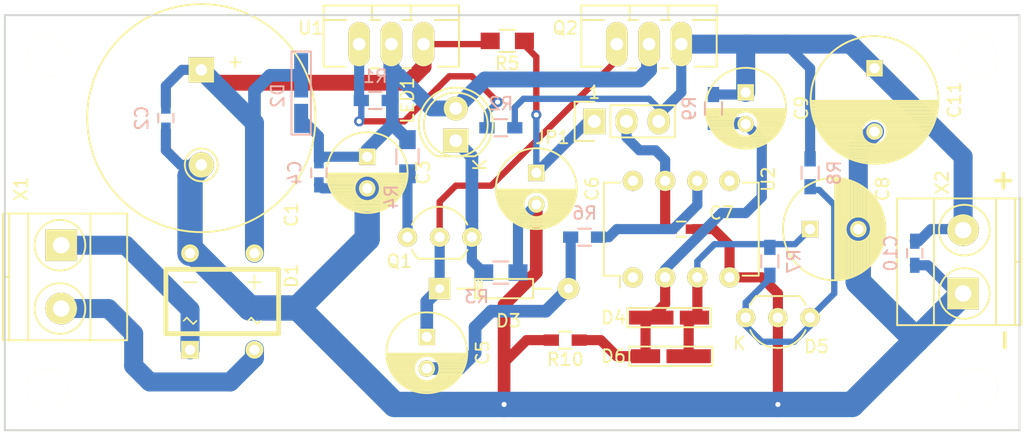
<source format=kicad_pcb>
(kicad_pcb (version 4) (host pcbnew 4.0.2-stable)

  (general
    (links 63)
    (no_connects 0)
    (area 106.014857 69.056 205.135143 110.118)
    (thickness 1.6)
    (drawings 8)
    (tracks 199)
    (zones 0)
    (modules 39)
    (nets 18)
  )

  (page A4)
  (layers
    (0 F.Cu signal)
    (31 B.Cu signal)
    (32 B.Adhes user hide)
    (33 F.Adhes user hide)
    (34 B.Paste user hide)
    (35 F.Paste user hide)
    (36 B.SilkS user)
    (37 F.SilkS user)
    (38 B.Mask user hide)
    (39 F.Mask user hide)
    (40 Dwgs.User user hide)
    (41 Cmts.User user hide)
    (42 Eco1.User user hide)
    (43 Eco2.User user hide)
    (44 Edge.Cuts user)
    (45 Margin user hide)
    (46 B.CrtYd user)
    (47 F.CrtYd user)
    (48 B.Fab user hide)
    (49 F.Fab user hide)
  )

  (setup
    (last_trace_width 0.25)
    (user_trace_width 0.25)
    (user_trace_width 0.5)
    (user_trace_width 0.8)
    (user_trace_width 1)
    (user_trace_width 1.25)
    (user_trace_width 1.5)
    (user_trace_width 2)
    (trace_clearance 0.25)
    (zone_clearance 0.508)
    (zone_45_only no)
    (trace_min 0.25)
    (segment_width 0.2)
    (edge_width 0.15)
    (via_size 0.8)
    (via_drill 0.4)
    (via_min_size 0.4)
    (via_min_drill 0.3)
    (user_via 0.7 0.4)
    (uvia_size 0.3)
    (uvia_drill 0.1)
    (uvias_allowed no)
    (uvia_min_size 0.2)
    (uvia_min_drill 0.1)
    (pcb_text_width 0.3)
    (pcb_text_size 1.5 1.5)
    (mod_edge_width 0.15)
    (mod_text_size 1 1)
    (mod_text_width 0.15)
    (pad_size 1.524 1.524)
    (pad_drill 0.762)
    (pad_to_mask_clearance 0.2)
    (aux_axis_origin 0 0)
    (grid_origin 115.57 73.914)
    (visible_elements FFFFFF7F)
    (pcbplotparams
      (layerselection 0x010f0_80000001)
      (usegerberextensions true)
      (excludeedgelayer true)
      (linewidth 0.100000)
      (plotframeref false)
      (viasonmask false)
      (mode 1)
      (useauxorigin false)
      (hpglpennumber 1)
      (hpglpenspeed 20)
      (hpglpendiameter 15)
      (hpglpenoverlay 2)
      (psnegative false)
      (psa4output false)
      (plotreference true)
      (plotvalue false)
      (plotinvisibletext false)
      (padsonsilk false)
      (subtractmaskfromsilk true)
      (outputformat 1)
      (mirror false)
      (drillshape 0)
      (scaleselection 1)
      (outputdirectory gerber/))
  )

  (net 0 "")
  (net 1 "Net-(C1-Pad1)")
  (net 2 GND)
  (net 3 "Net-(C3-Pad1)")
  (net 4 "Net-(C5-Pad2)")
  (net 5 "Net-(C6-Pad1)")
  (net 6 "Net-(C7-Pad1)")
  (net 7 "Net-(C8-Pad1)")
  (net 8 "Net-(C10-Pad1)")
  (net 9 "Net-(C9-Pad2)")
  (net 10 "Net-(D1-Pad1)")
  (net 11 "Net-(D1-Pad2)")
  (net 12 "Net-(D5-Pad1)")
  (net 13 "Net-(LED1-Pad1)")
  (net 14 "Net-(Q1-Pad1)")
  (net 15 "Net-(R1-Pad2)")
  (net 16 "Net-(R6-Pad1)")
  (net 17 "Net-(C5-Pad1)")

  (net_class Default "This is the default net class."
    (clearance 0.25)
    (trace_width 0.25)
    (via_dia 0.8)
    (via_drill 0.4)
    (uvia_dia 0.3)
    (uvia_drill 0.1)
    (add_net GND)
    (add_net "Net-(C1-Pad1)")
    (add_net "Net-(C10-Pad1)")
    (add_net "Net-(C3-Pad1)")
    (add_net "Net-(C5-Pad1)")
    (add_net "Net-(C5-Pad2)")
    (add_net "Net-(C6-Pad1)")
    (add_net "Net-(C7-Pad1)")
    (add_net "Net-(C8-Pad1)")
    (add_net "Net-(C9-Pad2)")
    (add_net "Net-(D1-Pad1)")
    (add_net "Net-(D1-Pad2)")
    (add_net "Net-(D5-Pad1)")
    (add_net "Net-(LED1-Pad1)")
    (add_net "Net-(Q1-Pad1)")
    (add_net "Net-(R1-Pad2)")
    (add_net "Net-(R6-Pad1)")
  )

  (module Capacitors_ThroughHole:C_Radial_D10_L20_P5 (layer F.Cu) (tedit 0) (tstamp 579451C9)
    (at 184.15 78.105 270)
    (descr "Radial Electrolytic Capacitor Diameter 10mm x Length 20mm, Pitch 5mm")
    (tags "Electrolytic Capacitor")
    (path /57947E52)
    (fp_text reference C11 (at 2.5 -6.3 270) (layer F.SilkS)
      (effects (font (size 1 1) (thickness 0.15)))
    )
    (fp_text value 470u (at 2.5 6.3 270) (layer F.Fab)
      (effects (font (size 1 1) (thickness 0.15)))
    )
    (fp_line (start 2.575 -4.999) (end 2.575 4.999) (layer F.SilkS) (width 0.15))
    (fp_line (start 2.715 -4.995) (end 2.715 4.995) (layer F.SilkS) (width 0.15))
    (fp_line (start 2.855 -4.987) (end 2.855 4.987) (layer F.SilkS) (width 0.15))
    (fp_line (start 2.995 -4.975) (end 2.995 4.975) (layer F.SilkS) (width 0.15))
    (fp_line (start 3.135 -4.96) (end 3.135 4.96) (layer F.SilkS) (width 0.15))
    (fp_line (start 3.275 -4.94) (end 3.275 4.94) (layer F.SilkS) (width 0.15))
    (fp_line (start 3.415 -4.916) (end 3.415 4.916) (layer F.SilkS) (width 0.15))
    (fp_line (start 3.555 -4.887) (end 3.555 4.887) (layer F.SilkS) (width 0.15))
    (fp_line (start 3.695 -4.855) (end 3.695 4.855) (layer F.SilkS) (width 0.15))
    (fp_line (start 3.835 -4.818) (end 3.835 4.818) (layer F.SilkS) (width 0.15))
    (fp_line (start 3.975 -4.777) (end 3.975 4.777) (layer F.SilkS) (width 0.15))
    (fp_line (start 4.115 -4.732) (end 4.115 -0.466) (layer F.SilkS) (width 0.15))
    (fp_line (start 4.115 0.466) (end 4.115 4.732) (layer F.SilkS) (width 0.15))
    (fp_line (start 4.255 -4.682) (end 4.255 -0.667) (layer F.SilkS) (width 0.15))
    (fp_line (start 4.255 0.667) (end 4.255 4.682) (layer F.SilkS) (width 0.15))
    (fp_line (start 4.395 -4.627) (end 4.395 -0.796) (layer F.SilkS) (width 0.15))
    (fp_line (start 4.395 0.796) (end 4.395 4.627) (layer F.SilkS) (width 0.15))
    (fp_line (start 4.535 -4.567) (end 4.535 -0.885) (layer F.SilkS) (width 0.15))
    (fp_line (start 4.535 0.885) (end 4.535 4.567) (layer F.SilkS) (width 0.15))
    (fp_line (start 4.675 -4.502) (end 4.675 -0.946) (layer F.SilkS) (width 0.15))
    (fp_line (start 4.675 0.946) (end 4.675 4.502) (layer F.SilkS) (width 0.15))
    (fp_line (start 4.815 -4.432) (end 4.815 -0.983) (layer F.SilkS) (width 0.15))
    (fp_line (start 4.815 0.983) (end 4.815 4.432) (layer F.SilkS) (width 0.15))
    (fp_line (start 4.955 -4.356) (end 4.955 -0.999) (layer F.SilkS) (width 0.15))
    (fp_line (start 4.955 0.999) (end 4.955 4.356) (layer F.SilkS) (width 0.15))
    (fp_line (start 5.095 -4.274) (end 5.095 -0.995) (layer F.SilkS) (width 0.15))
    (fp_line (start 5.095 0.995) (end 5.095 4.274) (layer F.SilkS) (width 0.15))
    (fp_line (start 5.235 -4.186) (end 5.235 -0.972) (layer F.SilkS) (width 0.15))
    (fp_line (start 5.235 0.972) (end 5.235 4.186) (layer F.SilkS) (width 0.15))
    (fp_line (start 5.375 -4.091) (end 5.375 -0.927) (layer F.SilkS) (width 0.15))
    (fp_line (start 5.375 0.927) (end 5.375 4.091) (layer F.SilkS) (width 0.15))
    (fp_line (start 5.515 -3.989) (end 5.515 -0.857) (layer F.SilkS) (width 0.15))
    (fp_line (start 5.515 0.857) (end 5.515 3.989) (layer F.SilkS) (width 0.15))
    (fp_line (start 5.655 -3.879) (end 5.655 -0.756) (layer F.SilkS) (width 0.15))
    (fp_line (start 5.655 0.756) (end 5.655 3.879) (layer F.SilkS) (width 0.15))
    (fp_line (start 5.795 -3.761) (end 5.795 -0.607) (layer F.SilkS) (width 0.15))
    (fp_line (start 5.795 0.607) (end 5.795 3.761) (layer F.SilkS) (width 0.15))
    (fp_line (start 5.935 -3.633) (end 5.935 -0.355) (layer F.SilkS) (width 0.15))
    (fp_line (start 5.935 0.355) (end 5.935 3.633) (layer F.SilkS) (width 0.15))
    (fp_line (start 6.075 -3.496) (end 6.075 3.496) (layer F.SilkS) (width 0.15))
    (fp_line (start 6.215 -3.346) (end 6.215 3.346) (layer F.SilkS) (width 0.15))
    (fp_line (start 6.355 -3.184) (end 6.355 3.184) (layer F.SilkS) (width 0.15))
    (fp_line (start 6.495 -3.007) (end 6.495 3.007) (layer F.SilkS) (width 0.15))
    (fp_line (start 6.635 -2.811) (end 6.635 2.811) (layer F.SilkS) (width 0.15))
    (fp_line (start 6.775 -2.593) (end 6.775 2.593) (layer F.SilkS) (width 0.15))
    (fp_line (start 6.915 -2.347) (end 6.915 2.347) (layer F.SilkS) (width 0.15))
    (fp_line (start 7.055 -2.062) (end 7.055 2.062) (layer F.SilkS) (width 0.15))
    (fp_line (start 7.195 -1.72) (end 7.195 1.72) (layer F.SilkS) (width 0.15))
    (fp_line (start 7.335 -1.274) (end 7.335 1.274) (layer F.SilkS) (width 0.15))
    (fp_line (start 7.475 -0.499) (end 7.475 0.499) (layer F.SilkS) (width 0.15))
    (fp_circle (center 5 0) (end 5 -1) (layer F.SilkS) (width 0.15))
    (fp_circle (center 2.5 0) (end 2.5 -5.0375) (layer F.SilkS) (width 0.15))
    (fp_circle (center 2.5 0) (end 2.5 -5.3) (layer F.CrtYd) (width 0.05))
    (pad 1 thru_hole rect (at 0 0 270) (size 1.3 1.3) (drill 0.8) (layers *.Cu *.Mask F.SilkS)
      (net 8 "Net-(C10-Pad1)"))
    (pad 2 thru_hole circle (at 5 0 270) (size 1.3 1.3) (drill 0.8) (layers *.Cu *.Mask F.SilkS)
      (net 2 GND))
    (model Capacitors_ThroughHole.3dshapes/C_Radial_D10_L20_P5.wrl
      (at (xyz 0 0 0))
      (scale (xyz 1 1 1))
      (rotate (xyz 0 0 0))
    )
  )

  (module Mounting_Holes:MountingHole_3.2mm_M3 (layer F.Cu) (tedit 579489D0) (tstamp 579483BF)
    (at 118.872 103.378)
    (descr "Mounting Hole 3.2mm, no annular, M3")
    (tags "mounting hole 3.2mm no annular m3")
    (fp_text reference REF** (at 0 -4.2) (layer F.SilkS) hide
      (effects (font (size 1 1) (thickness 0.15)))
    )
    (fp_text value MountingHole_3.2mm_M3 (at -1.27 5.715) (layer F.Fab)
      (effects (font (size 1 1) (thickness 0.15)))
    )
    (fp_circle (center 0 0) (end 3.2 0) (layer Cmts.User) (width 0.15))
    (fp_circle (center 0 0) (end 3.45 0) (layer F.CrtYd) (width 0.05))
    (pad 1 np_thru_hole circle (at 0 0) (size 3.2 3.2) (drill 3.2) (layers *.Cu *.Mask F.SilkS))
  )

  (module Mounting_Holes:MountingHole_3.2mm_M3 (layer F.Cu) (tedit 579489DE) (tstamp 579483AD)
    (at 192.278 103.378)
    (descr "Mounting Hole 3.2mm, no annular, M3")
    (tags "mounting hole 3.2mm no annular m3")
    (fp_text reference REF** (at 0 -4.2) (layer F.SilkS) hide
      (effects (font (size 1 1) (thickness 0.15)))
    )
    (fp_text value MountingHole_3.2mm_M3 (at 3.175 5.08) (layer F.Fab)
      (effects (font (size 1 1) (thickness 0.15)))
    )
    (fp_circle (center 0 0) (end 3.2 0) (layer Cmts.User) (width 0.15))
    (fp_circle (center 0 0) (end 3.45 0) (layer F.CrtYd) (width 0.05))
    (pad 1 np_thru_hole circle (at 0 0) (size 3.2 3.2) (drill 3.2) (layers *.Cu *.Mask F.SilkS))
  )

  (module Mounting_Holes:MountingHole_3.2mm_M3 (layer F.Cu) (tedit 579489BE) (tstamp 57948394)
    (at 118.872 77.216)
    (descr "Mounting Hole 3.2mm, no annular, M3")
    (tags "mounting hole 3.2mm no annular m3")
    (fp_text reference REF** (at 0 -4.2) (layer F.SilkS) hide
      (effects (font (size 1 1) (thickness 0.15)))
    )
    (fp_text value MountingHole_3.2mm_M3 (at -3.175 -5.08) (layer F.Fab)
      (effects (font (size 1 1) (thickness 0.15)))
    )
    (fp_circle (center 0 0) (end 3.2 0) (layer Cmts.User) (width 0.15))
    (fp_circle (center 0 0) (end 3.45 0) (layer F.CrtYd) (width 0.05))
    (pad 1 np_thru_hole circle (at 0 0) (size 3.2 3.2) (drill 3.2) (layers *.Cu *.Mask F.SilkS))
  )

  (module Capacitors_SMD:C_0603_HandSoldering (layer B.Cu) (tedit 57948677) (tstamp 57945193)
    (at 128.27 82.042 270)
    (descr "Capacitor SMD 0603, hand soldering")
    (tags "capacitor 0603")
    (path /57943D71)
    (attr smd)
    (fp_text reference C2 (at 0 1.905 270) (layer B.SilkS)
      (effects (font (size 1 1) (thickness 0.15)) (justify mirror))
    )
    (fp_text value 0.1u (at 0 -1.9 270) (layer B.Fab)
      (effects (font (size 1 1) (thickness 0.15)) (justify mirror))
    )
    (fp_line (start -1.85 0.75) (end 1.85 0.75) (layer B.CrtYd) (width 0.05))
    (fp_line (start -1.85 -0.75) (end 1.85 -0.75) (layer B.CrtYd) (width 0.05))
    (fp_line (start -1.85 0.75) (end -1.85 -0.75) (layer B.CrtYd) (width 0.05))
    (fp_line (start 1.85 0.75) (end 1.85 -0.75) (layer B.CrtYd) (width 0.05))
    (fp_line (start -0.35 0.6) (end 0.35 0.6) (layer B.SilkS) (width 0.15))
    (fp_line (start 0.35 -0.6) (end -0.35 -0.6) (layer B.SilkS) (width 0.15))
    (pad 1 smd rect (at -0.95 0 270) (size 1.2 0.75) (layers B.Cu B.Paste B.Mask)
      (net 1 "Net-(C1-Pad1)"))
    (pad 2 smd rect (at 0.95 0 270) (size 1.2 0.75) (layers B.Cu B.Paste B.Mask)
      (net 2 GND))
    (model Capacitors_SMD.3dshapes/C_0603_HandSoldering.wrl
      (at (xyz 0 0 0))
      (scale (xyz 1 1 1))
      (rotate (xyz 0 0 0))
    )
  )

  (module Capacitors_SMD:C_0603_HandSoldering (layer B.Cu) (tedit 541A9B4D) (tstamp 5794519F)
    (at 140.335 86.36 270)
    (descr "Capacitor SMD 0603, hand soldering")
    (tags "capacitor 0603")
    (path /57943DA6)
    (attr smd)
    (fp_text reference C4 (at 0 1.9 270) (layer B.SilkS)
      (effects (font (size 1 1) (thickness 0.15)) (justify mirror))
    )
    (fp_text value 0.1u (at 0 -1.9 270) (layer B.Fab)
      (effects (font (size 1 1) (thickness 0.15)) (justify mirror))
    )
    (fp_line (start -1.85 0.75) (end 1.85 0.75) (layer B.CrtYd) (width 0.05))
    (fp_line (start -1.85 -0.75) (end 1.85 -0.75) (layer B.CrtYd) (width 0.05))
    (fp_line (start -1.85 0.75) (end -1.85 -0.75) (layer B.CrtYd) (width 0.05))
    (fp_line (start 1.85 0.75) (end 1.85 -0.75) (layer B.CrtYd) (width 0.05))
    (fp_line (start -0.35 0.6) (end 0.35 0.6) (layer B.SilkS) (width 0.15))
    (fp_line (start 0.35 -0.6) (end -0.35 -0.6) (layer B.SilkS) (width 0.15))
    (pad 1 smd rect (at -0.95 0 270) (size 1.2 0.75) (layers B.Cu B.Paste B.Mask)
      (net 3 "Net-(C3-Pad1)"))
    (pad 2 smd rect (at 0.95 0 270) (size 1.2 0.75) (layers B.Cu B.Paste B.Mask)
      (net 2 GND))
    (model Capacitors_SMD.3dshapes/C_0603_HandSoldering.wrl
      (at (xyz 0 0 0))
      (scale (xyz 1 1 1))
      (rotate (xyz 0 0 0))
    )
  )

  (module Capacitors_SMD:C_0603_HandSoldering (layer F.Cu) (tedit 579488F2) (tstamp 579451B1)
    (at 168.91 90.805)
    (descr "Capacitor SMD 0603, hand soldering")
    (tags "capacitor 0603")
    (path /57946745)
    (attr smd)
    (fp_text reference C7 (at 3.175 -1.27) (layer F.SilkS)
      (effects (font (size 1 1) (thickness 0.15)))
    )
    (fp_text value 0.1u (at 0 1.9) (layer F.Fab)
      (effects (font (size 1 1) (thickness 0.15)))
    )
    (fp_line (start -1.85 -0.75) (end 1.85 -0.75) (layer F.CrtYd) (width 0.05))
    (fp_line (start -1.85 0.75) (end 1.85 0.75) (layer F.CrtYd) (width 0.05))
    (fp_line (start -1.85 -0.75) (end -1.85 0.75) (layer F.CrtYd) (width 0.05))
    (fp_line (start 1.85 -0.75) (end 1.85 0.75) (layer F.CrtYd) (width 0.05))
    (fp_line (start -0.35 -0.6) (end 0.35 -0.6) (layer F.SilkS) (width 0.15))
    (fp_line (start 0.35 0.6) (end -0.35 0.6) (layer F.SilkS) (width 0.15))
    (pad 1 smd rect (at -0.95 0) (size 1.2 0.75) (layers F.Cu F.Paste F.Mask)
      (net 6 "Net-(C7-Pad1)"))
    (pad 2 smd rect (at 0.95 0) (size 1.2 0.75) (layers F.Cu F.Paste F.Mask)
      (net 2 GND))
    (model Capacitors_SMD.3dshapes/C_0603_HandSoldering.wrl
      (at (xyz 0 0 0))
      (scale (xyz 1 1 1))
      (rotate (xyz 0 0 0))
    )
  )

  (module Capacitors_ThroughHole:C_Radial_D8_L13_P3.8 (layer F.Cu) (tedit 5794893F) (tstamp 579451B7)
    (at 179.07 90.805)
    (descr "Radial Electrolytic Capacitor Diameter 8mm x Length 13mm, Pitch 3.8mm")
    (tags "Electrolytic Capacitor")
    (path /5794728E)
    (fp_text reference C8 (at 5.715 -3.175 90) (layer F.SilkS)
      (effects (font (size 1 1) (thickness 0.15)))
    )
    (fp_text value 100u (at 1.9 5.3) (layer F.Fab)
      (effects (font (size 1 1) (thickness 0.15)))
    )
    (fp_line (start 1.975 -3.999) (end 1.975 3.999) (layer F.SilkS) (width 0.15))
    (fp_line (start 2.115 -3.994) (end 2.115 3.994) (layer F.SilkS) (width 0.15))
    (fp_line (start 2.255 -3.984) (end 2.255 3.984) (layer F.SilkS) (width 0.15))
    (fp_line (start 2.395 -3.969) (end 2.395 3.969) (layer F.SilkS) (width 0.15))
    (fp_line (start 2.535 -3.949) (end 2.535 3.949) (layer F.SilkS) (width 0.15))
    (fp_line (start 2.675 -3.924) (end 2.675 3.924) (layer F.SilkS) (width 0.15))
    (fp_line (start 2.815 -3.894) (end 2.815 -0.173) (layer F.SilkS) (width 0.15))
    (fp_line (start 2.815 0.173) (end 2.815 3.894) (layer F.SilkS) (width 0.15))
    (fp_line (start 2.955 -3.858) (end 2.955 -0.535) (layer F.SilkS) (width 0.15))
    (fp_line (start 2.955 0.535) (end 2.955 3.858) (layer F.SilkS) (width 0.15))
    (fp_line (start 3.095 -3.817) (end 3.095 -0.709) (layer F.SilkS) (width 0.15))
    (fp_line (start 3.095 0.709) (end 3.095 3.817) (layer F.SilkS) (width 0.15))
    (fp_line (start 3.235 -3.771) (end 3.235 -0.825) (layer F.SilkS) (width 0.15))
    (fp_line (start 3.235 0.825) (end 3.235 3.771) (layer F.SilkS) (width 0.15))
    (fp_line (start 3.375 -3.718) (end 3.375 -0.905) (layer F.SilkS) (width 0.15))
    (fp_line (start 3.375 0.905) (end 3.375 3.718) (layer F.SilkS) (width 0.15))
    (fp_line (start 3.515 -3.659) (end 3.515 -0.959) (layer F.SilkS) (width 0.15))
    (fp_line (start 3.515 0.959) (end 3.515 3.659) (layer F.SilkS) (width 0.15))
    (fp_line (start 3.655 -3.594) (end 3.655 -0.989) (layer F.SilkS) (width 0.15))
    (fp_line (start 3.655 0.989) (end 3.655 3.594) (layer F.SilkS) (width 0.15))
    (fp_line (start 3.795 -3.523) (end 3.795 -1) (layer F.SilkS) (width 0.15))
    (fp_line (start 3.795 1) (end 3.795 3.523) (layer F.SilkS) (width 0.15))
    (fp_line (start 3.935 -3.444) (end 3.935 -0.991) (layer F.SilkS) (width 0.15))
    (fp_line (start 3.935 0.991) (end 3.935 3.444) (layer F.SilkS) (width 0.15))
    (fp_line (start 4.075 -3.357) (end 4.075 -0.961) (layer F.SilkS) (width 0.15))
    (fp_line (start 4.075 0.961) (end 4.075 3.357) (layer F.SilkS) (width 0.15))
    (fp_line (start 4.215 -3.262) (end 4.215 -0.91) (layer F.SilkS) (width 0.15))
    (fp_line (start 4.215 0.91) (end 4.215 3.262) (layer F.SilkS) (width 0.15))
    (fp_line (start 4.355 -3.158) (end 4.355 -0.832) (layer F.SilkS) (width 0.15))
    (fp_line (start 4.355 0.832) (end 4.355 3.158) (layer F.SilkS) (width 0.15))
    (fp_line (start 4.495 -3.044) (end 4.495 -0.719) (layer F.SilkS) (width 0.15))
    (fp_line (start 4.495 0.719) (end 4.495 3.044) (layer F.SilkS) (width 0.15))
    (fp_line (start 4.635 -2.919) (end 4.635 -0.55) (layer F.SilkS) (width 0.15))
    (fp_line (start 4.635 0.55) (end 4.635 2.919) (layer F.SilkS) (width 0.15))
    (fp_line (start 4.775 -2.781) (end 4.775 -0.222) (layer F.SilkS) (width 0.15))
    (fp_line (start 4.775 0.222) (end 4.775 2.781) (layer F.SilkS) (width 0.15))
    (fp_line (start 4.915 -2.629) (end 4.915 2.629) (layer F.SilkS) (width 0.15))
    (fp_line (start 5.055 -2.459) (end 5.055 2.459) (layer F.SilkS) (width 0.15))
    (fp_line (start 5.195 -2.268) (end 5.195 2.268) (layer F.SilkS) (width 0.15))
    (fp_line (start 5.335 -2.05) (end 5.335 2.05) (layer F.SilkS) (width 0.15))
    (fp_line (start 5.475 -1.794) (end 5.475 1.794) (layer F.SilkS) (width 0.15))
    (fp_line (start 5.615 -1.483) (end 5.615 1.483) (layer F.SilkS) (width 0.15))
    (fp_line (start 5.755 -1.067) (end 5.755 1.067) (layer F.SilkS) (width 0.15))
    (fp_line (start 5.895 -0.2) (end 5.895 0.2) (layer F.SilkS) (width 0.15))
    (fp_circle (center 3.8 0) (end 3.8 -1) (layer F.SilkS) (width 0.15))
    (fp_circle (center 1.9 0) (end 1.9 -4.0375) (layer F.SilkS) (width 0.15))
    (fp_circle (center 1.9 0) (end 1.9 -4.3) (layer F.CrtYd) (width 0.05))
    (pad 1 thru_hole rect (at 0 0) (size 1.3 1.3) (drill 0.8) (layers *.Cu *.Mask F.SilkS)
      (net 7 "Net-(C8-Pad1)"))
    (pad 2 thru_hole circle (at 3.8 0) (size 1.3 1.3) (drill 0.8) (layers *.Cu *.Mask F.SilkS)
      (net 2 GND))
    (model Capacitors_ThroughHole.3dshapes/C_Radial_D8_L13_P3.8.wrl
      (at (xyz 0.0748031 0 0))
      (scale (xyz 1 1 1))
      (rotate (xyz 0 0 90))
    )
  )

  (module Capacitors_SMD:C_0603_HandSoldering (layer B.Cu) (tedit 541A9B4D) (tstamp 579451C3)
    (at 187.325 92.71 270)
    (descr "Capacitor SMD 0603, hand soldering")
    (tags "capacitor 0603")
    (path /57947DE9)
    (attr smd)
    (fp_text reference C10 (at 0 1.9 270) (layer B.SilkS)
      (effects (font (size 1 1) (thickness 0.15)) (justify mirror))
    )
    (fp_text value 0.1u (at 0 -1.9 270) (layer B.Fab)
      (effects (font (size 1 1) (thickness 0.15)) (justify mirror))
    )
    (fp_line (start -1.85 0.75) (end 1.85 0.75) (layer B.CrtYd) (width 0.05))
    (fp_line (start -1.85 -0.75) (end 1.85 -0.75) (layer B.CrtYd) (width 0.05))
    (fp_line (start -1.85 0.75) (end -1.85 -0.75) (layer B.CrtYd) (width 0.05))
    (fp_line (start 1.85 0.75) (end 1.85 -0.75) (layer B.CrtYd) (width 0.05))
    (fp_line (start -0.35 0.6) (end 0.35 0.6) (layer B.SilkS) (width 0.15))
    (fp_line (start 0.35 -0.6) (end -0.35 -0.6) (layer B.SilkS) (width 0.15))
    (pad 1 smd rect (at -0.95 0 270) (size 1.2 0.75) (layers B.Cu B.Paste B.Mask)
      (net 8 "Net-(C10-Pad1)"))
    (pad 2 smd rect (at 0.95 0 270) (size 1.2 0.75) (layers B.Cu B.Paste B.Mask)
      (net 2 GND))
    (model Capacitors_SMD.3dshapes/C_0603_HandSoldering.wrl
      (at (xyz 0 0 0))
      (scale (xyz 1 1 1))
      (rotate (xyz 0 0 0))
    )
  )

  (module TO_SOT_Packages_THT:TO-92_Inline_Wide (layer F.Cu) (tedit 57975D24) (tstamp 579451EA)
    (at 179.07 97.79 180)
    (descr "TO-92 leads in-line, wide, drill 0.8mm (see NXP sot054_po.pdf)")
    (tags "to-92 sc-43 sc-43a sot54 PA33 transistor")
    (path /5794B116)
    (fp_text reference D5 (at -0.508 -2.286 360) (layer F.SilkS)
      (effects (font (size 1 1) (thickness 0.15)))
    )
    (fp_text value TL431LP (at 0 3 180) (layer F.Fab)
      (effects (font (size 1 1) (thickness 0.15)))
    )
    (fp_arc (start 2.54 0) (end 0.84 1.7) (angle 20.5) (layer F.SilkS) (width 0.15))
    (fp_arc (start 2.54 0) (end 4.24 1.7) (angle -20.5) (layer F.SilkS) (width 0.15))
    (fp_line (start -1 1.95) (end -1 -2.65) (layer F.CrtYd) (width 0.05))
    (fp_line (start -1 1.95) (end 6.1 1.95) (layer F.CrtYd) (width 0.05))
    (fp_line (start 0.84 1.7) (end 4.24 1.7) (layer F.SilkS) (width 0.15))
    (fp_arc (start 2.54 0) (end 2.54 -2.4) (angle -65.55604127) (layer F.SilkS) (width 0.15))
    (fp_arc (start 2.54 0) (end 2.54 -2.4) (angle 65.55604127) (layer F.SilkS) (width 0.15))
    (fp_line (start -1 -2.65) (end 6.1 -2.65) (layer F.CrtYd) (width 0.05))
    (fp_line (start 6.1 1.95) (end 6.1 -2.65) (layer F.CrtYd) (width 0.05))
    (pad 2 thru_hole circle (at 2.54 0 270) (size 1.524 1.524) (drill 0.8) (layers *.Cu *.Mask F.SilkS)
      (net 2 GND))
    (pad 3 thru_hole circle (at 5.08 0 270) (size 1.524 1.524) (drill 0.8) (layers *.Cu *.Mask F.SilkS)
      (net 12 "Net-(D5-Pad1)"))
    (pad 1 thru_hole circle (at 0 0 270) (size 1.524 1.524) (drill 0.8) (layers *.Cu *.Mask F.SilkS)
      (net 12 "Net-(D5-Pad1)"))
    (model TO_SOT_Packages_THT.3dshapes/TO-92_Inline_Wide.wrl
      (at (xyz 0.1 0 0))
      (scale (xyz 1 1 1))
      (rotate (xyz 0 0 -90))
    )
  )

  (module LEDs:LED-5MM (layer F.Cu) (tedit 5794892A) (tstamp 579451F7)
    (at 151.13 83.82 90)
    (descr "LED 5mm round vertical")
    (tags "LED 5mm round vertical")
    (path /57943EDE)
    (fp_text reference LED1 (at 3.175 -3.81 90) (layer F.SilkS)
      (effects (font (size 1 1) (thickness 0.15)))
    )
    (fp_text value LED (at 1.524 -3.937 90) (layer F.Fab)
      (effects (font (size 1 1) (thickness 0.15)))
    )
    (fp_line (start -1.5 -1.55) (end -1.5 1.55) (layer F.CrtYd) (width 0.05))
    (fp_arc (start 1.3 0) (end -1.5 1.55) (angle -302) (layer F.CrtYd) (width 0.05))
    (fp_arc (start 1.27 0) (end -1.23 -1.5) (angle 297.5) (layer F.SilkS) (width 0.15))
    (fp_line (start -1.23 1.5) (end -1.23 -1.5) (layer F.SilkS) (width 0.15))
    (fp_circle (center 1.27 0) (end 0.97 -2.5) (layer F.SilkS) (width 0.15))
    (fp_text user K (at -1.905 1.905 90) (layer F.SilkS)
      (effects (font (size 1 1) (thickness 0.15)))
    )
    (pad 1 thru_hole rect (at 0 0 180) (size 2 1.9) (drill 1.00076) (layers *.Cu *.Mask F.SilkS)
      (net 13 "Net-(LED1-Pad1)"))
    (pad 2 thru_hole circle (at 2.54 0 90) (size 1.9 1.9) (drill 1.00076) (layers *.Cu *.Mask F.SilkS)
      (net 3 "Net-(C3-Pad1)"))
    (model LEDs.3dshapes/LED-5MM.wrl
      (at (xyz 0.05 0 0))
      (scale (xyz 1 1 1))
      (rotate (xyz 0 0 90))
    )
  )

  (module TO_SOT_Packages_THT:TO-92_Inline_Wide (layer F.Cu) (tedit 57948AF5) (tstamp 579451FE)
    (at 147.32 91.44)
    (descr "TO-92 leads in-line, wide, drill 0.8mm (see NXP sot054_po.pdf)")
    (tags "to-92 sc-43 sc-43a sot54 PA33 transistor")
    (path /57943E83)
    (fp_text reference Q1 (at -0.635 1.905 180) (layer F.SilkS)
      (effects (font (size 1 1) (thickness 0.15)))
    )
    (fp_text value 2SA1015 (at 0 3) (layer F.Fab)
      (effects (font (size 1 1) (thickness 0.15)))
    )
    (fp_arc (start 2.54 0) (end 0.84 1.7) (angle 20.5) (layer F.SilkS) (width 0.15))
    (fp_arc (start 2.54 0) (end 4.24 1.7) (angle -20.5) (layer F.SilkS) (width 0.15))
    (fp_line (start -1 1.95) (end -1 -2.65) (layer F.CrtYd) (width 0.05))
    (fp_line (start -1 1.95) (end 6.1 1.95) (layer F.CrtYd) (width 0.05))
    (fp_line (start 0.84 1.7) (end 4.24 1.7) (layer F.SilkS) (width 0.15))
    (fp_arc (start 2.54 0) (end 2.54 -2.4) (angle -65.55604127) (layer F.SilkS) (width 0.15))
    (fp_arc (start 2.54 0) (end 2.54 -2.4) (angle 65.55604127) (layer F.SilkS) (width 0.15))
    (fp_line (start -1 -2.65) (end 6.1 -2.65) (layer F.CrtYd) (width 0.05))
    (fp_line (start 6.1 1.95) (end 6.1 -2.65) (layer F.CrtYd) (width 0.05))
    (pad 2 thru_hole circle (at 2.54 0 90) (size 1.524 1.524) (drill 0.8) (layers *.Cu *.Mask F.SilkS)
      (net 17 "Net-(C5-Pad1)"))
    (pad 3 thru_hole circle (at 5.08 0 90) (size 1.524 1.524) (drill 0.8) (layers *.Cu *.Mask F.SilkS)
      (net 13 "Net-(LED1-Pad1)"))
    (pad 1 thru_hole circle (at 0 0 90) (size 1.524 1.524) (drill 0.8) (layers *.Cu *.Mask F.SilkS)
      (net 14 "Net-(Q1-Pad1)"))
    (model TO_SOT_Packages_THT.3dshapes/TO-92_Inline_Wide.wrl
      (at (xyz 0.1 0 0))
      (scale (xyz 1 1 1))
      (rotate (xyz 0 0 -90))
    )
  )

  (module TO_SOT_Packages_THT:TO-220_Neutral123_Vertical_LargePads (layer F.Cu) (tedit 57975CF1) (tstamp 57945205)
    (at 166.37 76.2)
    (descr "TO-220, Neutral, Vertical, Large Pads,")
    (tags "TO-220, Neutral, Vertical, Large Pads,")
    (path /5794440E)
    (fp_text reference Q2 (at -6.604 -1.27) (layer F.SilkS)
      (effects (font (size 1 1) (thickness 0.15)))
    )
    (fp_text value D44H11 (at 0 3.81) (layer F.Fab)
      (effects (font (size 1 1) (thickness 0.15)))
    )
    (fp_line (start 5.334 -1.905) (end 3.429 -1.905) (layer F.SilkS) (width 0.15))
    (fp_line (start 0.889 -1.905) (end 1.651 -1.905) (layer F.SilkS) (width 0.15))
    (fp_line (start -1.524 -1.905) (end -1.651 -1.905) (layer F.SilkS) (width 0.15))
    (fp_line (start -1.524 -1.905) (end -0.889 -1.905) (layer F.SilkS) (width 0.15))
    (fp_line (start -5.334 -1.905) (end -3.556 -1.905) (layer F.SilkS) (width 0.15))
    (fp_line (start -5.334 1.778) (end -3.683 1.778) (layer F.SilkS) (width 0.15))
    (fp_line (start -1.016 1.905) (end -1.651 1.905) (layer F.SilkS) (width 0.15))
    (fp_line (start 1.524 1.905) (end 0.889 1.905) (layer F.SilkS) (width 0.15))
    (fp_line (start 5.334 1.778) (end 3.683 1.778) (layer F.SilkS) (width 0.15))
    (fp_line (start -1.524 -3.048) (end -1.524 -1.905) (layer F.SilkS) (width 0.15))
    (fp_line (start 1.524 -3.048) (end 1.524 -1.905) (layer F.SilkS) (width 0.15))
    (fp_line (start 5.334 -1.905) (end 5.334 1.778) (layer F.SilkS) (width 0.15))
    (fp_line (start -5.334 1.778) (end -5.334 -1.905) (layer F.SilkS) (width 0.15))
    (fp_line (start 5.334 -3.048) (end 5.334 -1.905) (layer F.SilkS) (width 0.15))
    (fp_line (start -5.334 -1.905) (end -5.334 -3.048) (layer F.SilkS) (width 0.15))
    (fp_line (start 0 -3.048) (end -5.334 -3.048) (layer F.SilkS) (width 0.15))
    (fp_line (start 0 -3.048) (end 5.334 -3.048) (layer F.SilkS) (width 0.15))
    (pad 2 thru_hole oval (at 0 0 90) (size 3.50012 1.69926) (drill 1.00076) (layers *.Cu *.Mask F.SilkS)
      (net 3 "Net-(C3-Pad1)"))
    (pad 1 thru_hole oval (at -2.54 0 90) (size 3.50012 1.69926) (drill 1.00076) (layers *.Cu *.Mask F.SilkS)
      (net 17 "Net-(C5-Pad1)"))
    (pad 3 thru_hole oval (at 2.54 0 90) (size 3.50012 1.69926) (drill 1.00076) (layers *.Cu *.Mask F.SilkS)
      (net 8 "Net-(C10-Pad1)"))
    (model TO_SOT_Packages_THT.3dshapes/TO-220_Neutral123_Vertical_LargePads.wrl
      (at (xyz 0 0 0))
      (scale (xyz 0.3937 0.3937 0.3937))
      (rotate (xyz 0 0 0))
    )
  )

  (module TO_SOT_Packages_THT:TO-220_Neutral123_Vertical_LargePads (layer F.Cu) (tedit 579488E5) (tstamp 57945248)
    (at 146.05 76.2)
    (descr "TO-220, Neutral, Vertical, Large Pads,")
    (tags "TO-220, Neutral, Vertical, Large Pads,")
    (path /57943D28)
    (fp_text reference U1 (at -6.35 -1.27) (layer F.SilkS)
      (effects (font (size 1 1) (thickness 0.15)))
    )
    (fp_text value LM317T (at 0 3.81) (layer F.Fab)
      (effects (font (size 1 1) (thickness 0.15)))
    )
    (fp_line (start 5.334 -1.905) (end 3.429 -1.905) (layer F.SilkS) (width 0.15))
    (fp_line (start 0.889 -1.905) (end 1.651 -1.905) (layer F.SilkS) (width 0.15))
    (fp_line (start -1.524 -1.905) (end -1.651 -1.905) (layer F.SilkS) (width 0.15))
    (fp_line (start -1.524 -1.905) (end -0.889 -1.905) (layer F.SilkS) (width 0.15))
    (fp_line (start -5.334 -1.905) (end -3.556 -1.905) (layer F.SilkS) (width 0.15))
    (fp_line (start -5.334 1.778) (end -3.683 1.778) (layer F.SilkS) (width 0.15))
    (fp_line (start -1.016 1.905) (end -1.651 1.905) (layer F.SilkS) (width 0.15))
    (fp_line (start 1.524 1.905) (end 0.889 1.905) (layer F.SilkS) (width 0.15))
    (fp_line (start 5.334 1.778) (end 3.683 1.778) (layer F.SilkS) (width 0.15))
    (fp_line (start -1.524 -3.048) (end -1.524 -1.905) (layer F.SilkS) (width 0.15))
    (fp_line (start 1.524 -3.048) (end 1.524 -1.905) (layer F.SilkS) (width 0.15))
    (fp_line (start 5.334 -1.905) (end 5.334 1.778) (layer F.SilkS) (width 0.15))
    (fp_line (start -5.334 1.778) (end -5.334 -1.905) (layer F.SilkS) (width 0.15))
    (fp_line (start 5.334 -3.048) (end 5.334 -1.905) (layer F.SilkS) (width 0.15))
    (fp_line (start -5.334 -1.905) (end -5.334 -3.048) (layer F.SilkS) (width 0.15))
    (fp_line (start 0 -3.048) (end -5.334 -3.048) (layer F.SilkS) (width 0.15))
    (fp_line (start 0 -3.048) (end 5.334 -3.048) (layer F.SilkS) (width 0.15))
    (pad 2 thru_hole oval (at 0 0 90) (size 3.50012 1.69926) (drill 1.00076) (layers *.Cu *.Mask F.SilkS)
      (net 3 "Net-(C3-Pad1)"))
    (pad 1 thru_hole oval (at -2.54 0 90) (size 3.50012 1.69926) (drill 1.00076) (layers *.Cu *.Mask F.SilkS)
      (net 15 "Net-(R1-Pad2)"))
    (pad 3 thru_hole oval (at 2.54 0 90) (size 3.50012 1.69926) (drill 1.00076) (layers *.Cu *.Mask F.SilkS)
      (net 1 "Net-(C1-Pad1)"))
    (model TO_SOT_Packages_THT.3dshapes/TO-220_Neutral123_Vertical_LargePads.wrl
      (at (xyz 0 0 0))
      (scale (xyz 0.3937 0.3937 0.3937))
      (rotate (xyz 0 0 0))
    )
  )

  (module Terminal_Blocks:TerminalBlock_Pheonix_MKDS1.5-2pol (layer F.Cu) (tedit 5794D3C9) (tstamp 5794559C)
    (at 120.015 92.075 270)
    (descr "2-way 5mm pitch terminal block, Phoenix MKDS series")
    (path /5794C231)
    (fp_text reference X1 (at -4.445 3.175 270) (layer F.SilkS)
      (effects (font (size 1 1) (thickness 0.15)))
    )
    (fp_text value AC_IN (at 2.5 -6.6 270) (layer F.Fab)
      (effects (font (size 1 1) (thickness 0.15)))
    )
    (fp_line (start -2.7 -5.4) (end 7.7 -5.4) (layer F.CrtYd) (width 0.05))
    (fp_line (start -2.7 4.8) (end -2.7 -5.4) (layer F.CrtYd) (width 0.05))
    (fp_line (start 7.7 4.8) (end -2.7 4.8) (layer F.CrtYd) (width 0.05))
    (fp_line (start 7.7 -5.4) (end 7.7 4.8) (layer F.CrtYd) (width 0.05))
    (fp_line (start 2.5 4.1) (end 2.5 4.6) (layer F.SilkS) (width 0.15))
    (fp_circle (center 5 0.1) (end 3 0.1) (layer F.SilkS) (width 0.15))
    (fp_circle (center 0 0.1) (end 2 0.1) (layer F.SilkS) (width 0.15))
    (fp_line (start -2.5 2.6) (end 7.5 2.6) (layer F.SilkS) (width 0.15))
    (fp_line (start -2.5 -2.3) (end 7.5 -2.3) (layer F.SilkS) (width 0.15))
    (fp_line (start -2.5 4.1) (end 7.5 4.1) (layer F.SilkS) (width 0.15))
    (fp_line (start -2.5 4.6) (end 7.5 4.6) (layer F.SilkS) (width 0.15))
    (fp_line (start 7.5 4.6) (end 7.5 -5.2) (layer F.SilkS) (width 0.15))
    (fp_line (start 7.5 -5.2) (end -2.5 -5.2) (layer F.SilkS) (width 0.15))
    (fp_line (start -2.5 -5.2) (end -2.5 4.6) (layer F.SilkS) (width 0.15))
    (pad 1 thru_hole rect (at 0 0 270) (size 2.5 2.5) (drill 1.3) (layers *.Cu *.Mask F.SilkS)
      (net 10 "Net-(D1-Pad1)"))
    (pad 2 thru_hole circle (at 5 0 270) (size 2.5 2.5) (drill 1.3) (layers *.Cu *.Mask F.SilkS)
      (net 11 "Net-(D1-Pad2)"))
    (model Terminal_Blocks.3dshapes/TerminalBlock_Pheonix_MKDS1.5-2pol.wrl
      (at (xyz 0.0984 0 0))
      (scale (xyz 1 1 1))
      (rotate (xyz 0 0 0))
    )
  )

  (module Resistors_SMD:R_0805_HandSoldering (layer B.Cu) (tedit 57948864) (tstamp 57945946)
    (at 154.686 94.234)
    (descr "Resistor SMD 0805, hand soldering")
    (tags "resistor 0805")
    (path /57943F74)
    (attr smd)
    (fp_text reference R3 (at -1.905 1.905) (layer B.SilkS)
      (effects (font (size 1 1) (thickness 0.15)) (justify mirror))
    )
    (fp_text value 10k (at 0 -2.1) (layer B.Fab)
      (effects (font (size 1 1) (thickness 0.15)) (justify mirror))
    )
    (fp_line (start -2.4 1) (end 2.4 1) (layer B.CrtYd) (width 0.05))
    (fp_line (start -2.4 -1) (end 2.4 -1) (layer B.CrtYd) (width 0.05))
    (fp_line (start -2.4 1) (end -2.4 -1) (layer B.CrtYd) (width 0.05))
    (fp_line (start 2.4 1) (end 2.4 -1) (layer B.CrtYd) (width 0.05))
    (fp_line (start 0.6 -0.875) (end -0.6 -0.875) (layer B.SilkS) (width 0.15))
    (fp_line (start -0.6 0.875) (end 0.6 0.875) (layer B.SilkS) (width 0.15))
    (pad 1 smd rect (at -1.35 0) (size 1.5 1.3) (layers B.Cu B.Paste B.Mask)
      (net 13 "Net-(LED1-Pad1)"))
    (pad 2 smd rect (at 1.35 0) (size 1.5 1.3) (layers B.Cu B.Paste B.Mask)
      (net 2 GND))
    (model Resistors_SMD.3dshapes/R_0805_HandSoldering.wrl
      (at (xyz 0 0 0))
      (scale (xyz 1 1 1))
      (rotate (xyz 0 0 0))
    )
  )

  (module Resistors_SMD:R_0805_HandSoldering (layer B.Cu) (tedit 57948879) (tstamp 5794594B)
    (at 147.32 85.09 270)
    (descr "Resistor SMD 0805, hand soldering")
    (tags "resistor 0805")
    (path /57944007)
    (attr smd)
    (fp_text reference R4 (at 3.175 1.27 270) (layer B.SilkS)
      (effects (font (size 1 1) (thickness 0.15)) (justify mirror))
    )
    (fp_text value 240 (at 0 -2.1 270) (layer B.Fab)
      (effects (font (size 1 1) (thickness 0.15)) (justify mirror))
    )
    (fp_line (start -2.4 1) (end 2.4 1) (layer B.CrtYd) (width 0.05))
    (fp_line (start -2.4 -1) (end 2.4 -1) (layer B.CrtYd) (width 0.05))
    (fp_line (start -2.4 1) (end -2.4 -1) (layer B.CrtYd) (width 0.05))
    (fp_line (start 2.4 1) (end 2.4 -1) (layer B.CrtYd) (width 0.05))
    (fp_line (start 0.6 -0.875) (end -0.6 -0.875) (layer B.SilkS) (width 0.15))
    (fp_line (start -0.6 0.875) (end 0.6 0.875) (layer B.SilkS) (width 0.15))
    (pad 1 smd rect (at -1.35 0 270) (size 1.5 1.3) (layers B.Cu B.Paste B.Mask)
      (net 3 "Net-(C3-Pad1)"))
    (pad 2 smd rect (at 1.35 0 270) (size 1.5 1.3) (layers B.Cu B.Paste B.Mask)
      (net 14 "Net-(Q1-Pad1)"))
    (model Resistors_SMD.3dshapes/R_0805_HandSoldering.wrl
      (at (xyz 0 0 0))
      (scale (xyz 1 1 1))
      (rotate (xyz 0 0 0))
    )
  )

  (module Resistors_SMD:R_0805_HandSoldering (layer F.Cu) (tedit 57975CC3) (tstamp 57945950)
    (at 155.194 75.946 180)
    (descr "Resistor SMD 0805, hand soldering")
    (tags "resistor 0805")
    (path /57945578)
    (attr smd)
    (fp_text reference R5 (at 0 -1.778 180) (layer F.SilkS)
      (effects (font (size 1 1) (thickness 0.15)))
    )
    (fp_text value 100 (at 0 2.1 180) (layer F.Fab)
      (effects (font (size 1 1) (thickness 0.15)))
    )
    (fp_line (start -2.4 -1) (end 2.4 -1) (layer F.CrtYd) (width 0.05))
    (fp_line (start -2.4 1) (end 2.4 1) (layer F.CrtYd) (width 0.05))
    (fp_line (start -2.4 -1) (end -2.4 1) (layer F.CrtYd) (width 0.05))
    (fp_line (start 2.4 -1) (end 2.4 1) (layer F.CrtYd) (width 0.05))
    (fp_line (start 0.6 0.875) (end -0.6 0.875) (layer F.SilkS) (width 0.15))
    (fp_line (start -0.6 -0.875) (end 0.6 -0.875) (layer F.SilkS) (width 0.15))
    (pad 1 smd rect (at -1.35 0 180) (size 1.5 1.3) (layers F.Cu F.Paste F.Mask)
      (net 5 "Net-(C6-Pad1)"))
    (pad 2 smd rect (at 1.35 0 180) (size 1.5 1.3) (layers F.Cu F.Paste F.Mask)
      (net 1 "Net-(C1-Pad1)"))
    (model Resistors_SMD.3dshapes/R_0805_HandSoldering.wrl
      (at (xyz 0 0 0))
      (scale (xyz 1 1 1))
      (rotate (xyz 0 0 0))
    )
  )

  (module Housings_DIP:DIP-8_W7.62mm (layer F.Cu) (tedit 57975D1A) (tstamp 57945ED3)
    (at 165.1 94.615 90)
    (descr "8-lead dip package, row spacing 7.62 mm (300 mils)")
    (tags "dil dip 2.54 300")
    (path /5794409D)
    (fp_text reference U2 (at 7.747 10.668 90) (layer F.SilkS)
      (effects (font (size 1 1) (thickness 0.15)))
    )
    (fp_text value AD825 (at 0 -3.72 90) (layer F.Fab)
      (effects (font (size 1 1) (thickness 0.15)))
    )
    (fp_line (start -1.05 -2.45) (end -1.05 10.1) (layer F.CrtYd) (width 0.05))
    (fp_line (start 8.65 -2.45) (end 8.65 10.1) (layer F.CrtYd) (width 0.05))
    (fp_line (start -1.05 -2.45) (end 8.65 -2.45) (layer F.CrtYd) (width 0.05))
    (fp_line (start -1.05 10.1) (end 8.65 10.1) (layer F.CrtYd) (width 0.05))
    (fp_line (start 0.135 -2.295) (end 0.135 -1.025) (layer F.SilkS) (width 0.15))
    (fp_line (start 7.485 -2.295) (end 7.485 -1.025) (layer F.SilkS) (width 0.15))
    (fp_line (start 7.485 9.915) (end 7.485 8.645) (layer F.SilkS) (width 0.15))
    (fp_line (start 0.135 9.915) (end 0.135 8.645) (layer F.SilkS) (width 0.15))
    (fp_line (start 0.135 -2.295) (end 7.485 -2.295) (layer F.SilkS) (width 0.15))
    (fp_line (start 0.135 9.915) (end 7.485 9.915) (layer F.SilkS) (width 0.15))
    (fp_line (start 0.135 -1.025) (end -0.8 -1.025) (layer F.SilkS) (width 0.15))
    (pad 1 thru_hole oval (at 0 0 90) (size 1.6 1.6) (drill 0.8) (layers *.Cu *.Mask F.SilkS))
    (pad 2 thru_hole oval (at 0 2.54 90) (size 1.6 1.6) (drill 0.8) (layers *.Cu *.Mask F.SilkS)
      (net 9 "Net-(C9-Pad2)"))
    (pad 3 thru_hole oval (at 0 5.08 90) (size 1.6 1.6) (drill 0.8) (layers *.Cu *.Mask F.SilkS)
      (net 7 "Net-(C8-Pad1)"))
    (pad 4 thru_hole oval (at 0 7.62 90) (size 1.6 1.6) (drill 0.8) (layers *.Cu *.Mask F.SilkS)
      (net 2 GND))
    (pad 5 thru_hole oval (at 7.62 7.62 90) (size 1.6 1.6) (drill 0.8) (layers *.Cu *.Mask F.SilkS))
    (pad 6 thru_hole oval (at 7.62 5.08 90) (size 1.6 1.6) (drill 0.8) (layers *.Cu *.Mask F.SilkS)
      (net 16 "Net-(R6-Pad1)"))
    (pad 7 thru_hole oval (at 7.62 2.54 90) (size 1.6 1.6) (drill 0.8) (layers *.Cu *.Mask F.SilkS)
      (net 6 "Net-(C7-Pad1)"))
    (pad 8 thru_hole oval (at 7.62 0 90) (size 1.6 1.6) (drill 0.8) (layers *.Cu *.Mask F.SilkS))
    (model Housings_DIP.3dshapes/DIP-8_W7.62mm.wrl
      (at (xyz 0 0 0))
      (scale (xyz 1 1 1))
      (rotate (xyz 0 0 0))
    )
  )

  (module Terminal_Blocks:TerminalBlock_Pheonix_MKDS1.5-2pol (layer F.Cu) (tedit 5796D4F1) (tstamp 57945EE3)
    (at 191.135 95.885 90)
    (descr "2-way 5mm pitch terminal block, Phoenix MKDS series")
    (path /57945C46)
    (fp_text reference X2 (at 8.763 -1.651 90) (layer F.SilkS)
      (effects (font (size 1 1) (thickness 0.15)))
    )
    (fp_text value DC_OUT (at 2.5 -6.6 90) (layer F.Fab)
      (effects (font (size 1 1) (thickness 0.15)))
    )
    (fp_line (start -2.7 -5.4) (end 7.7 -5.4) (layer F.CrtYd) (width 0.05))
    (fp_line (start -2.7 4.8) (end -2.7 -5.4) (layer F.CrtYd) (width 0.05))
    (fp_line (start 7.7 4.8) (end -2.7 4.8) (layer F.CrtYd) (width 0.05))
    (fp_line (start 7.7 -5.4) (end 7.7 4.8) (layer F.CrtYd) (width 0.05))
    (fp_line (start 2.5 4.1) (end 2.5 4.6) (layer F.SilkS) (width 0.15))
    (fp_circle (center 5 0.1) (end 3 0.1) (layer F.SilkS) (width 0.15))
    (fp_circle (center 0 0.1) (end 2 0.1) (layer F.SilkS) (width 0.15))
    (fp_line (start -2.5 2.6) (end 7.5 2.6) (layer F.SilkS) (width 0.15))
    (fp_line (start -2.5 -2.3) (end 7.5 -2.3) (layer F.SilkS) (width 0.15))
    (fp_line (start -2.5 4.1) (end 7.5 4.1) (layer F.SilkS) (width 0.15))
    (fp_line (start -2.5 4.6) (end 7.5 4.6) (layer F.SilkS) (width 0.15))
    (fp_line (start 7.5 4.6) (end 7.5 -5.2) (layer F.SilkS) (width 0.15))
    (fp_line (start 7.5 -5.2) (end -2.5 -5.2) (layer F.SilkS) (width 0.15))
    (fp_line (start -2.5 -5.2) (end -2.5 4.6) (layer F.SilkS) (width 0.15))
    (pad 1 thru_hole rect (at 0 0 90) (size 2.5 2.5) (drill 1.3) (layers *.Cu *.Mask F.SilkS)
      (net 2 GND))
    (pad 2 thru_hole circle (at 5 0 90) (size 2.5 2.5) (drill 1.3) (layers *.Cu *.Mask F.SilkS)
      (net 8 "Net-(C10-Pad1)"))
    (model Terminal_Blocks.3dshapes/TerminalBlock_Pheonix_MKDS1.5-2pol.wrl
      (at (xyz 0.0984 0 0))
      (scale (xyz 1 1 1))
      (rotate (xyz 0 0 0))
    )
  )

  (module Capacitors_ThroughHole:C_Radial_D6.3_L11.2_P2.5 (layer F.Cu) (tedit 0) (tstamp 57946F57)
    (at 144.145 85.09 270)
    (descr "Radial Electrolytic Capacitor, Diameter 6.3mm x Length 11.2mm, Pitch 2.5mm")
    (tags "Electrolytic Capacitor")
    (path /57944A91)
    (fp_text reference C3 (at 1.25 -4.4 270) (layer F.SilkS)
      (effects (font (size 1 1) (thickness 0.15)))
    )
    (fp_text value 100u (at 1.25 4.4 270) (layer F.Fab)
      (effects (font (size 1 1) (thickness 0.15)))
    )
    (fp_line (start 1.325 -3.149) (end 1.325 3.149) (layer F.SilkS) (width 0.15))
    (fp_line (start 1.465 -3.143) (end 1.465 3.143) (layer F.SilkS) (width 0.15))
    (fp_line (start 1.605 -3.13) (end 1.605 -0.446) (layer F.SilkS) (width 0.15))
    (fp_line (start 1.605 0.446) (end 1.605 3.13) (layer F.SilkS) (width 0.15))
    (fp_line (start 1.745 -3.111) (end 1.745 -0.656) (layer F.SilkS) (width 0.15))
    (fp_line (start 1.745 0.656) (end 1.745 3.111) (layer F.SilkS) (width 0.15))
    (fp_line (start 1.885 -3.085) (end 1.885 -0.789) (layer F.SilkS) (width 0.15))
    (fp_line (start 1.885 0.789) (end 1.885 3.085) (layer F.SilkS) (width 0.15))
    (fp_line (start 2.025 -3.053) (end 2.025 -0.88) (layer F.SilkS) (width 0.15))
    (fp_line (start 2.025 0.88) (end 2.025 3.053) (layer F.SilkS) (width 0.15))
    (fp_line (start 2.165 -3.014) (end 2.165 -0.942) (layer F.SilkS) (width 0.15))
    (fp_line (start 2.165 0.942) (end 2.165 3.014) (layer F.SilkS) (width 0.15))
    (fp_line (start 2.305 -2.968) (end 2.305 -0.981) (layer F.SilkS) (width 0.15))
    (fp_line (start 2.305 0.981) (end 2.305 2.968) (layer F.SilkS) (width 0.15))
    (fp_line (start 2.445 -2.915) (end 2.445 -0.998) (layer F.SilkS) (width 0.15))
    (fp_line (start 2.445 0.998) (end 2.445 2.915) (layer F.SilkS) (width 0.15))
    (fp_line (start 2.585 -2.853) (end 2.585 -0.996) (layer F.SilkS) (width 0.15))
    (fp_line (start 2.585 0.996) (end 2.585 2.853) (layer F.SilkS) (width 0.15))
    (fp_line (start 2.725 -2.783) (end 2.725 -0.974) (layer F.SilkS) (width 0.15))
    (fp_line (start 2.725 0.974) (end 2.725 2.783) (layer F.SilkS) (width 0.15))
    (fp_line (start 2.865 -2.704) (end 2.865 -0.931) (layer F.SilkS) (width 0.15))
    (fp_line (start 2.865 0.931) (end 2.865 2.704) (layer F.SilkS) (width 0.15))
    (fp_line (start 3.005 -2.616) (end 3.005 -0.863) (layer F.SilkS) (width 0.15))
    (fp_line (start 3.005 0.863) (end 3.005 2.616) (layer F.SilkS) (width 0.15))
    (fp_line (start 3.145 -2.516) (end 3.145 -0.764) (layer F.SilkS) (width 0.15))
    (fp_line (start 3.145 0.764) (end 3.145 2.516) (layer F.SilkS) (width 0.15))
    (fp_line (start 3.285 -2.404) (end 3.285 -0.619) (layer F.SilkS) (width 0.15))
    (fp_line (start 3.285 0.619) (end 3.285 2.404) (layer F.SilkS) (width 0.15))
    (fp_line (start 3.425 -2.279) (end 3.425 -0.38) (layer F.SilkS) (width 0.15))
    (fp_line (start 3.425 0.38) (end 3.425 2.279) (layer F.SilkS) (width 0.15))
    (fp_line (start 3.565 -2.136) (end 3.565 2.136) (layer F.SilkS) (width 0.15))
    (fp_line (start 3.705 -1.974) (end 3.705 1.974) (layer F.SilkS) (width 0.15))
    (fp_line (start 3.845 -1.786) (end 3.845 1.786) (layer F.SilkS) (width 0.15))
    (fp_line (start 3.985 -1.563) (end 3.985 1.563) (layer F.SilkS) (width 0.15))
    (fp_line (start 4.125 -1.287) (end 4.125 1.287) (layer F.SilkS) (width 0.15))
    (fp_line (start 4.265 -0.912) (end 4.265 0.912) (layer F.SilkS) (width 0.15))
    (fp_circle (center 2.5 0) (end 2.5 -1) (layer F.SilkS) (width 0.15))
    (fp_circle (center 1.25 0) (end 1.25 -3.1875) (layer F.SilkS) (width 0.15))
    (fp_circle (center 1.25 0) (end 1.25 -3.4) (layer F.CrtYd) (width 0.05))
    (pad 2 thru_hole circle (at 2.5 0 270) (size 1.3 1.3) (drill 0.8) (layers *.Cu *.Mask F.SilkS)
      (net 2 GND))
    (pad 1 thru_hole rect (at 0 0 270) (size 1.3 1.3) (drill 0.8) (layers *.Cu *.Mask F.SilkS)
      (net 3 "Net-(C3-Pad1)"))
    (model Capacitors_ThroughHole.3dshapes/C_Radial_D6.3_L11.2_P2.5.wrl
      (at (xyz 0 0 0))
      (scale (xyz 1 1 1))
      (rotate (xyz 0 0 0))
    )
  )

  (module Capacitors_ThroughHole:C_Radial_D6.3_L11.2_P2.5 (layer F.Cu) (tedit 0) (tstamp 57946F5C)
    (at 148.844 99.314 270)
    (descr "Radial Electrolytic Capacitor, Diameter 6.3mm x Length 11.2mm, Pitch 2.5mm")
    (tags "Electrolytic Capacitor")
    (path /57946DD5)
    (fp_text reference C5 (at 1.25 -4.4 270) (layer F.SilkS)
      (effects (font (size 1 1) (thickness 0.15)))
    )
    (fp_text value 100u (at 1.25 4.4 270) (layer F.Fab)
      (effects (font (size 1 1) (thickness 0.15)))
    )
    (fp_line (start 1.325 -3.149) (end 1.325 3.149) (layer F.SilkS) (width 0.15))
    (fp_line (start 1.465 -3.143) (end 1.465 3.143) (layer F.SilkS) (width 0.15))
    (fp_line (start 1.605 -3.13) (end 1.605 -0.446) (layer F.SilkS) (width 0.15))
    (fp_line (start 1.605 0.446) (end 1.605 3.13) (layer F.SilkS) (width 0.15))
    (fp_line (start 1.745 -3.111) (end 1.745 -0.656) (layer F.SilkS) (width 0.15))
    (fp_line (start 1.745 0.656) (end 1.745 3.111) (layer F.SilkS) (width 0.15))
    (fp_line (start 1.885 -3.085) (end 1.885 -0.789) (layer F.SilkS) (width 0.15))
    (fp_line (start 1.885 0.789) (end 1.885 3.085) (layer F.SilkS) (width 0.15))
    (fp_line (start 2.025 -3.053) (end 2.025 -0.88) (layer F.SilkS) (width 0.15))
    (fp_line (start 2.025 0.88) (end 2.025 3.053) (layer F.SilkS) (width 0.15))
    (fp_line (start 2.165 -3.014) (end 2.165 -0.942) (layer F.SilkS) (width 0.15))
    (fp_line (start 2.165 0.942) (end 2.165 3.014) (layer F.SilkS) (width 0.15))
    (fp_line (start 2.305 -2.968) (end 2.305 -0.981) (layer F.SilkS) (width 0.15))
    (fp_line (start 2.305 0.981) (end 2.305 2.968) (layer F.SilkS) (width 0.15))
    (fp_line (start 2.445 -2.915) (end 2.445 -0.998) (layer F.SilkS) (width 0.15))
    (fp_line (start 2.445 0.998) (end 2.445 2.915) (layer F.SilkS) (width 0.15))
    (fp_line (start 2.585 -2.853) (end 2.585 -0.996) (layer F.SilkS) (width 0.15))
    (fp_line (start 2.585 0.996) (end 2.585 2.853) (layer F.SilkS) (width 0.15))
    (fp_line (start 2.725 -2.783) (end 2.725 -0.974) (layer F.SilkS) (width 0.15))
    (fp_line (start 2.725 0.974) (end 2.725 2.783) (layer F.SilkS) (width 0.15))
    (fp_line (start 2.865 -2.704) (end 2.865 -0.931) (layer F.SilkS) (width 0.15))
    (fp_line (start 2.865 0.931) (end 2.865 2.704) (layer F.SilkS) (width 0.15))
    (fp_line (start 3.005 -2.616) (end 3.005 -0.863) (layer F.SilkS) (width 0.15))
    (fp_line (start 3.005 0.863) (end 3.005 2.616) (layer F.SilkS) (width 0.15))
    (fp_line (start 3.145 -2.516) (end 3.145 -0.764) (layer F.SilkS) (width 0.15))
    (fp_line (start 3.145 0.764) (end 3.145 2.516) (layer F.SilkS) (width 0.15))
    (fp_line (start 3.285 -2.404) (end 3.285 -0.619) (layer F.SilkS) (width 0.15))
    (fp_line (start 3.285 0.619) (end 3.285 2.404) (layer F.SilkS) (width 0.15))
    (fp_line (start 3.425 -2.279) (end 3.425 -0.38) (layer F.SilkS) (width 0.15))
    (fp_line (start 3.425 0.38) (end 3.425 2.279) (layer F.SilkS) (width 0.15))
    (fp_line (start 3.565 -2.136) (end 3.565 2.136) (layer F.SilkS) (width 0.15))
    (fp_line (start 3.705 -1.974) (end 3.705 1.974) (layer F.SilkS) (width 0.15))
    (fp_line (start 3.845 -1.786) (end 3.845 1.786) (layer F.SilkS) (width 0.15))
    (fp_line (start 3.985 -1.563) (end 3.985 1.563) (layer F.SilkS) (width 0.15))
    (fp_line (start 4.125 -1.287) (end 4.125 1.287) (layer F.SilkS) (width 0.15))
    (fp_line (start 4.265 -0.912) (end 4.265 0.912) (layer F.SilkS) (width 0.15))
    (fp_circle (center 2.5 0) (end 2.5 -1) (layer F.SilkS) (width 0.15))
    (fp_circle (center 1.25 0) (end 1.25 -3.1875) (layer F.SilkS) (width 0.15))
    (fp_circle (center 1.25 0) (end 1.25 -3.4) (layer F.CrtYd) (width 0.05))
    (pad 2 thru_hole circle (at 2.5 0 270) (size 1.3 1.3) (drill 0.8) (layers *.Cu *.Mask F.SilkS)
      (net 4 "Net-(C5-Pad2)"))
    (pad 1 thru_hole rect (at 0 0 270) (size 1.3 1.3) (drill 0.8) (layers *.Cu *.Mask F.SilkS)
      (net 17 "Net-(C5-Pad1)"))
    (model Capacitors_ThroughHole.3dshapes/C_Radial_D6.3_L11.2_P2.5.wrl
      (at (xyz 0 0 0))
      (scale (xyz 1 1 1))
      (rotate (xyz 0 0 0))
    )
  )

  (module Capacitors_ThroughHole:C_Radial_D6.3_L11.2_P2.5 (layer F.Cu) (tedit 0) (tstamp 57946F61)
    (at 157.48 86.36 270)
    (descr "Radial Electrolytic Capacitor, Diameter 6.3mm x Length 11.2mm, Pitch 2.5mm")
    (tags "Electrolytic Capacitor")
    (path /57945E44)
    (fp_text reference C6 (at 1.25 -4.4 270) (layer F.SilkS)
      (effects (font (size 1 1) (thickness 0.15)))
    )
    (fp_text value 100u (at 1.25 4.4 270) (layer F.Fab)
      (effects (font (size 1 1) (thickness 0.15)))
    )
    (fp_line (start 1.325 -3.149) (end 1.325 3.149) (layer F.SilkS) (width 0.15))
    (fp_line (start 1.465 -3.143) (end 1.465 3.143) (layer F.SilkS) (width 0.15))
    (fp_line (start 1.605 -3.13) (end 1.605 -0.446) (layer F.SilkS) (width 0.15))
    (fp_line (start 1.605 0.446) (end 1.605 3.13) (layer F.SilkS) (width 0.15))
    (fp_line (start 1.745 -3.111) (end 1.745 -0.656) (layer F.SilkS) (width 0.15))
    (fp_line (start 1.745 0.656) (end 1.745 3.111) (layer F.SilkS) (width 0.15))
    (fp_line (start 1.885 -3.085) (end 1.885 -0.789) (layer F.SilkS) (width 0.15))
    (fp_line (start 1.885 0.789) (end 1.885 3.085) (layer F.SilkS) (width 0.15))
    (fp_line (start 2.025 -3.053) (end 2.025 -0.88) (layer F.SilkS) (width 0.15))
    (fp_line (start 2.025 0.88) (end 2.025 3.053) (layer F.SilkS) (width 0.15))
    (fp_line (start 2.165 -3.014) (end 2.165 -0.942) (layer F.SilkS) (width 0.15))
    (fp_line (start 2.165 0.942) (end 2.165 3.014) (layer F.SilkS) (width 0.15))
    (fp_line (start 2.305 -2.968) (end 2.305 -0.981) (layer F.SilkS) (width 0.15))
    (fp_line (start 2.305 0.981) (end 2.305 2.968) (layer F.SilkS) (width 0.15))
    (fp_line (start 2.445 -2.915) (end 2.445 -0.998) (layer F.SilkS) (width 0.15))
    (fp_line (start 2.445 0.998) (end 2.445 2.915) (layer F.SilkS) (width 0.15))
    (fp_line (start 2.585 -2.853) (end 2.585 -0.996) (layer F.SilkS) (width 0.15))
    (fp_line (start 2.585 0.996) (end 2.585 2.853) (layer F.SilkS) (width 0.15))
    (fp_line (start 2.725 -2.783) (end 2.725 -0.974) (layer F.SilkS) (width 0.15))
    (fp_line (start 2.725 0.974) (end 2.725 2.783) (layer F.SilkS) (width 0.15))
    (fp_line (start 2.865 -2.704) (end 2.865 -0.931) (layer F.SilkS) (width 0.15))
    (fp_line (start 2.865 0.931) (end 2.865 2.704) (layer F.SilkS) (width 0.15))
    (fp_line (start 3.005 -2.616) (end 3.005 -0.863) (layer F.SilkS) (width 0.15))
    (fp_line (start 3.005 0.863) (end 3.005 2.616) (layer F.SilkS) (width 0.15))
    (fp_line (start 3.145 -2.516) (end 3.145 -0.764) (layer F.SilkS) (width 0.15))
    (fp_line (start 3.145 0.764) (end 3.145 2.516) (layer F.SilkS) (width 0.15))
    (fp_line (start 3.285 -2.404) (end 3.285 -0.619) (layer F.SilkS) (width 0.15))
    (fp_line (start 3.285 0.619) (end 3.285 2.404) (layer F.SilkS) (width 0.15))
    (fp_line (start 3.425 -2.279) (end 3.425 -0.38) (layer F.SilkS) (width 0.15))
    (fp_line (start 3.425 0.38) (end 3.425 2.279) (layer F.SilkS) (width 0.15))
    (fp_line (start 3.565 -2.136) (end 3.565 2.136) (layer F.SilkS) (width 0.15))
    (fp_line (start 3.705 -1.974) (end 3.705 1.974) (layer F.SilkS) (width 0.15))
    (fp_line (start 3.845 -1.786) (end 3.845 1.786) (layer F.SilkS) (width 0.15))
    (fp_line (start 3.985 -1.563) (end 3.985 1.563) (layer F.SilkS) (width 0.15))
    (fp_line (start 4.125 -1.287) (end 4.125 1.287) (layer F.SilkS) (width 0.15))
    (fp_line (start 4.265 -0.912) (end 4.265 0.912) (layer F.SilkS) (width 0.15))
    (fp_circle (center 2.5 0) (end 2.5 -1) (layer F.SilkS) (width 0.15))
    (fp_circle (center 1.25 0) (end 1.25 -3.1875) (layer F.SilkS) (width 0.15))
    (fp_circle (center 1.25 0) (end 1.25 -3.4) (layer F.CrtYd) (width 0.05))
    (pad 2 thru_hole circle (at 2.5 0 270) (size 1.3 1.3) (drill 0.8) (layers *.Cu *.Mask F.SilkS)
      (net 2 GND))
    (pad 1 thru_hole rect (at 0 0 270) (size 1.3 1.3) (drill 0.8) (layers *.Cu *.Mask F.SilkS)
      (net 5 "Net-(C6-Pad1)"))
    (model Capacitors_ThroughHole.3dshapes/C_Radial_D6.3_L11.2_P2.5.wrl
      (at (xyz 0 0 0))
      (scale (xyz 1 1 1))
      (rotate (xyz 0 0 0))
    )
  )

  (module Capacitors_ThroughHole:C_Radial_D6.3_L11.2_P2.5 (layer F.Cu) (tedit 0) (tstamp 57946F66)
    (at 173.99 80.01 270)
    (descr "Radial Electrolytic Capacitor, Diameter 6.3mm x Length 11.2mm, Pitch 2.5mm")
    (tags "Electrolytic Capacitor")
    (path /579477EA)
    (fp_text reference C9 (at 1.25 -4.4 270) (layer F.SilkS)
      (effects (font (size 1 1) (thickness 0.15)))
    )
    (fp_text value 100u (at 1.25 4.4 270) (layer F.Fab)
      (effects (font (size 1 1) (thickness 0.15)))
    )
    (fp_line (start 1.325 -3.149) (end 1.325 3.149) (layer F.SilkS) (width 0.15))
    (fp_line (start 1.465 -3.143) (end 1.465 3.143) (layer F.SilkS) (width 0.15))
    (fp_line (start 1.605 -3.13) (end 1.605 -0.446) (layer F.SilkS) (width 0.15))
    (fp_line (start 1.605 0.446) (end 1.605 3.13) (layer F.SilkS) (width 0.15))
    (fp_line (start 1.745 -3.111) (end 1.745 -0.656) (layer F.SilkS) (width 0.15))
    (fp_line (start 1.745 0.656) (end 1.745 3.111) (layer F.SilkS) (width 0.15))
    (fp_line (start 1.885 -3.085) (end 1.885 -0.789) (layer F.SilkS) (width 0.15))
    (fp_line (start 1.885 0.789) (end 1.885 3.085) (layer F.SilkS) (width 0.15))
    (fp_line (start 2.025 -3.053) (end 2.025 -0.88) (layer F.SilkS) (width 0.15))
    (fp_line (start 2.025 0.88) (end 2.025 3.053) (layer F.SilkS) (width 0.15))
    (fp_line (start 2.165 -3.014) (end 2.165 -0.942) (layer F.SilkS) (width 0.15))
    (fp_line (start 2.165 0.942) (end 2.165 3.014) (layer F.SilkS) (width 0.15))
    (fp_line (start 2.305 -2.968) (end 2.305 -0.981) (layer F.SilkS) (width 0.15))
    (fp_line (start 2.305 0.981) (end 2.305 2.968) (layer F.SilkS) (width 0.15))
    (fp_line (start 2.445 -2.915) (end 2.445 -0.998) (layer F.SilkS) (width 0.15))
    (fp_line (start 2.445 0.998) (end 2.445 2.915) (layer F.SilkS) (width 0.15))
    (fp_line (start 2.585 -2.853) (end 2.585 -0.996) (layer F.SilkS) (width 0.15))
    (fp_line (start 2.585 0.996) (end 2.585 2.853) (layer F.SilkS) (width 0.15))
    (fp_line (start 2.725 -2.783) (end 2.725 -0.974) (layer F.SilkS) (width 0.15))
    (fp_line (start 2.725 0.974) (end 2.725 2.783) (layer F.SilkS) (width 0.15))
    (fp_line (start 2.865 -2.704) (end 2.865 -0.931) (layer F.SilkS) (width 0.15))
    (fp_line (start 2.865 0.931) (end 2.865 2.704) (layer F.SilkS) (width 0.15))
    (fp_line (start 3.005 -2.616) (end 3.005 -0.863) (layer F.SilkS) (width 0.15))
    (fp_line (start 3.005 0.863) (end 3.005 2.616) (layer F.SilkS) (width 0.15))
    (fp_line (start 3.145 -2.516) (end 3.145 -0.764) (layer F.SilkS) (width 0.15))
    (fp_line (start 3.145 0.764) (end 3.145 2.516) (layer F.SilkS) (width 0.15))
    (fp_line (start 3.285 -2.404) (end 3.285 -0.619) (layer F.SilkS) (width 0.15))
    (fp_line (start 3.285 0.619) (end 3.285 2.404) (layer F.SilkS) (width 0.15))
    (fp_line (start 3.425 -2.279) (end 3.425 -0.38) (layer F.SilkS) (width 0.15))
    (fp_line (start 3.425 0.38) (end 3.425 2.279) (layer F.SilkS) (width 0.15))
    (fp_line (start 3.565 -2.136) (end 3.565 2.136) (layer F.SilkS) (width 0.15))
    (fp_line (start 3.705 -1.974) (end 3.705 1.974) (layer F.SilkS) (width 0.15))
    (fp_line (start 3.845 -1.786) (end 3.845 1.786) (layer F.SilkS) (width 0.15))
    (fp_line (start 3.985 -1.563) (end 3.985 1.563) (layer F.SilkS) (width 0.15))
    (fp_line (start 4.125 -1.287) (end 4.125 1.287) (layer F.SilkS) (width 0.15))
    (fp_line (start 4.265 -0.912) (end 4.265 0.912) (layer F.SilkS) (width 0.15))
    (fp_circle (center 2.5 0) (end 2.5 -1) (layer F.SilkS) (width 0.15))
    (fp_circle (center 1.25 0) (end 1.25 -3.1875) (layer F.SilkS) (width 0.15))
    (fp_circle (center 1.25 0) (end 1.25 -3.4) (layer F.CrtYd) (width 0.05))
    (pad 2 thru_hole circle (at 2.5 0 270) (size 1.3 1.3) (drill 0.8) (layers *.Cu *.Mask F.SilkS)
      (net 9 "Net-(C9-Pad2)"))
    (pad 1 thru_hole rect (at 0 0 270) (size 1.3 1.3) (drill 0.8) (layers *.Cu *.Mask F.SilkS)
      (net 8 "Net-(C10-Pad1)"))
    (model Capacitors_ThroughHole.3dshapes/C_Radial_D6.3_L11.2_P2.5.wrl
      (at (xyz 0 0 0))
      (scale (xyz 1 1 1))
      (rotate (xyz 0 0 0))
    )
  )

  (module Mounting_Holes:MountingHole_3.2mm_M3 (layer F.Cu) (tedit 579489AB) (tstamp 57948374)
    (at 192.278 77.216)
    (descr "Mounting Hole 3.2mm, no annular, M3")
    (tags "mounting hole 3.2mm no annular m3")
    (fp_text reference "" (at 0 -4.2) (layer F.SilkS)
      (effects (font (size 1 1) (thickness 0.15)))
    )
    (fp_text value MountingHole_3.2mm_M3 (at 2.54 -6.985) (layer F.Fab)
      (effects (font (size 1 1) (thickness 0.15)))
    )
    (fp_circle (center 0 0) (end 3.2 0) (layer Cmts.User) (width 0.15))
    (fp_circle (center 0 0) (end 3.45 0) (layer F.CrtYd) (width 0.05))
    (pad 1 np_thru_hole circle (at 0 0) (size 3.2 3.2) (drill 3.2) (layers *.Cu *.Mask F.SilkS))
  )

  (module Diodes_ThroughHole:Diode_DO-35_SOD27_Horizontal_RM10 (layer F.Cu) (tedit 552FFC30) (tstamp 5794D06B)
    (at 149.86 95.504)
    (descr "Diode, DO-35,  SOD27, Horizontal, RM 10mm")
    (tags "Diode, DO-35, SOD27, Horizontal, RM 10mm, 1N4148,")
    (path /579441EA)
    (fp_text reference D3 (at 5.43052 2.53746) (layer F.SilkS)
      (effects (font (size 1 1) (thickness 0.15)))
    )
    (fp_text value 2.7V (at 4.41452 -3.55854) (layer F.Fab)
      (effects (font (size 1 1) (thickness 0.15)))
    )
    (fp_line (start 7.36652 -0.00254) (end 8.76352 -0.00254) (layer F.SilkS) (width 0.15))
    (fp_line (start 2.92152 -0.00254) (end 1.39752 -0.00254) (layer F.SilkS) (width 0.15))
    (fp_line (start 3.30252 -0.76454) (end 3.30252 0.75946) (layer F.SilkS) (width 0.15))
    (fp_line (start 3.04852 -0.76454) (end 3.04852 0.75946) (layer F.SilkS) (width 0.15))
    (fp_line (start 2.79452 -0.00254) (end 2.79452 0.75946) (layer F.SilkS) (width 0.15))
    (fp_line (start 2.79452 0.75946) (end 7.36652 0.75946) (layer F.SilkS) (width 0.15))
    (fp_line (start 7.36652 0.75946) (end 7.36652 -0.76454) (layer F.SilkS) (width 0.15))
    (fp_line (start 7.36652 -0.76454) (end 2.79452 -0.76454) (layer F.SilkS) (width 0.15))
    (fp_line (start 2.79452 -0.76454) (end 2.79452 -0.00254) (layer F.SilkS) (width 0.15))
    (pad 2 thru_hole circle (at 10.16052 -0.00254 180) (size 1.69926 1.69926) (drill 0.70104) (layers *.Cu *.Mask F.SilkS)
      (net 4 "Net-(C5-Pad2)"))
    (pad 1 thru_hole rect (at 0.00052 -0.00254 180) (size 1.69926 1.69926) (drill 0.70104) (layers *.Cu *.Mask F.SilkS)
      (net 17 "Net-(C5-Pad1)"))
    (model Diodes_ThroughHole.3dshapes/Diode_DO-35_SOD27_Horizontal_RM10.wrl
      (at (xyz 0.2 0 0))
      (scale (xyz 0.4 0.4 0.4))
      (rotate (xyz 0 0 180))
    )
  )

  (module Resistors_SMD:R_0603_HandSoldering (layer B.Cu) (tedit 5418A00F) (tstamp 5794D076)
    (at 144.78 80.645 180)
    (descr "Resistor SMD 0603, hand soldering")
    (tags "resistor 0603")
    (path /57943E4E)
    (attr smd)
    (fp_text reference R1 (at 0 1.9 180) (layer B.SilkS)
      (effects (font (size 1 1) (thickness 0.15)) (justify mirror))
    )
    (fp_text value "1k 1%" (at 0 -1.9 180) (layer B.Fab)
      (effects (font (size 1 1) (thickness 0.15)) (justify mirror))
    )
    (fp_line (start -2 0.8) (end 2 0.8) (layer B.CrtYd) (width 0.05))
    (fp_line (start -2 -0.8) (end 2 -0.8) (layer B.CrtYd) (width 0.05))
    (fp_line (start -2 0.8) (end -2 -0.8) (layer B.CrtYd) (width 0.05))
    (fp_line (start 2 0.8) (end 2 -0.8) (layer B.CrtYd) (width 0.05))
    (fp_line (start 0.5 -0.675) (end -0.5 -0.675) (layer B.SilkS) (width 0.15))
    (fp_line (start -0.5 0.675) (end 0.5 0.675) (layer B.SilkS) (width 0.15))
    (pad 1 smd rect (at -1.1 0 180) (size 1.2 0.9) (layers B.Cu B.Paste B.Mask)
      (net 3 "Net-(C3-Pad1)"))
    (pad 2 smd rect (at 1.1 0 180) (size 1.2 0.9) (layers B.Cu B.Paste B.Mask)
      (net 15 "Net-(R1-Pad2)"))
    (model Resistors_SMD.3dshapes/R_0603_HandSoldering.wrl
      (at (xyz 0 0 0))
      (scale (xyz 1 1 1))
      (rotate (xyz 0 0 0))
    )
  )

  (module Resistors_SMD:R_0603_HandSoldering (layer B.Cu) (tedit 5418A00F) (tstamp 5794D07B)
    (at 154.686 82.804 180)
    (descr "Resistor SMD 0603, hand soldering")
    (tags "resistor 0603")
    (path /57943B3C)
    (attr smd)
    (fp_text reference R2 (at 0 1.9 180) (layer B.SilkS)
      (effects (font (size 1 1) (thickness 0.15)) (justify mirror))
    )
    (fp_text value "820 1%" (at 0 -1.9 180) (layer B.Fab)
      (effects (font (size 1 1) (thickness 0.15)) (justify mirror))
    )
    (fp_line (start -2 0.8) (end 2 0.8) (layer B.CrtYd) (width 0.05))
    (fp_line (start -2 -0.8) (end 2 -0.8) (layer B.CrtYd) (width 0.05))
    (fp_line (start -2 0.8) (end -2 -0.8) (layer B.CrtYd) (width 0.05))
    (fp_line (start 2 0.8) (end 2 -0.8) (layer B.CrtYd) (width 0.05))
    (fp_line (start 0.5 -0.675) (end -0.5 -0.675) (layer B.SilkS) (width 0.15))
    (fp_line (start -0.5 0.675) (end 0.5 0.675) (layer B.SilkS) (width 0.15))
    (pad 1 smd rect (at -1.1 0 180) (size 1.2 0.9) (layers B.Cu B.Paste B.Mask)
      (net 8 "Net-(C10-Pad1)"))
    (pad 2 smd rect (at 1.1 0 180) (size 1.2 0.9) (layers B.Cu B.Paste B.Mask)
      (net 15 "Net-(R1-Pad2)"))
    (model Resistors_SMD.3dshapes/R_0603_HandSoldering.wrl
      (at (xyz 0 0 0))
      (scale (xyz 1 1 1))
      (rotate (xyz 0 0 0))
    )
  )

  (module Resistors_SMD:R_0603_HandSoldering (layer B.Cu) (tedit 5418A00F) (tstamp 5794D080)
    (at 161.29 91.44 180)
    (descr "Resistor SMD 0603, hand soldering")
    (tags "resistor 0603")
    (path /5794405E)
    (attr smd)
    (fp_text reference R6 (at 0 1.9 180) (layer B.SilkS)
      (effects (font (size 1 1) (thickness 0.15)) (justify mirror))
    )
    (fp_text value 10 (at 0 -1.9 180) (layer B.Fab)
      (effects (font (size 1 1) (thickness 0.15)) (justify mirror))
    )
    (fp_line (start -2 0.8) (end 2 0.8) (layer B.CrtYd) (width 0.05))
    (fp_line (start -2 -0.8) (end 2 -0.8) (layer B.CrtYd) (width 0.05))
    (fp_line (start -2 0.8) (end -2 -0.8) (layer B.CrtYd) (width 0.05))
    (fp_line (start 2 0.8) (end 2 -0.8) (layer B.CrtYd) (width 0.05))
    (fp_line (start 0.5 -0.675) (end -0.5 -0.675) (layer B.SilkS) (width 0.15))
    (fp_line (start -0.5 0.675) (end 0.5 0.675) (layer B.SilkS) (width 0.15))
    (pad 1 smd rect (at -1.1 0 180) (size 1.2 0.9) (layers B.Cu B.Paste B.Mask)
      (net 16 "Net-(R6-Pad1)"))
    (pad 2 smd rect (at 1.1 0 180) (size 1.2 0.9) (layers B.Cu B.Paste B.Mask)
      (net 4 "Net-(C5-Pad2)"))
    (model Resistors_SMD.3dshapes/R_0603_HandSoldering.wrl
      (at (xyz 0 0 0))
      (scale (xyz 1 1 1))
      (rotate (xyz 0 0 0))
    )
  )

  (module Resistors_SMD:R_0603_HandSoldering (layer B.Cu) (tedit 5418A00F) (tstamp 5794D085)
    (at 175.895 93.345 90)
    (descr "Resistor SMD 0603, hand soldering")
    (tags "resistor 0603")
    (path /579470B5)
    (attr smd)
    (fp_text reference R7 (at 0 1.9 90) (layer B.SilkS)
      (effects (font (size 1 1) (thickness 0.15)) (justify mirror))
    )
    (fp_text value 470 (at 0 -1.9 90) (layer B.Fab)
      (effects (font (size 1 1) (thickness 0.15)) (justify mirror))
    )
    (fp_line (start -2 0.8) (end 2 0.8) (layer B.CrtYd) (width 0.05))
    (fp_line (start -2 -0.8) (end 2 -0.8) (layer B.CrtYd) (width 0.05))
    (fp_line (start -2 0.8) (end -2 -0.8) (layer B.CrtYd) (width 0.05))
    (fp_line (start 2 0.8) (end 2 -0.8) (layer B.CrtYd) (width 0.05))
    (fp_line (start 0.5 -0.675) (end -0.5 -0.675) (layer B.SilkS) (width 0.15))
    (fp_line (start -0.5 0.675) (end 0.5 0.675) (layer B.SilkS) (width 0.15))
    (pad 1 smd rect (at -1.1 0 90) (size 1.2 0.9) (layers B.Cu B.Paste B.Mask)
      (net 12 "Net-(D5-Pad1)"))
    (pad 2 smd rect (at 1.1 0 90) (size 1.2 0.9) (layers B.Cu B.Paste B.Mask)
      (net 7 "Net-(C8-Pad1)"))
    (model Resistors_SMD.3dshapes/R_0603_HandSoldering.wrl
      (at (xyz 0 0 0))
      (scale (xyz 1 1 1))
      (rotate (xyz 0 0 0))
    )
  )

  (module Resistors_SMD:R_0603_HandSoldering (layer B.Cu) (tedit 5418A00F) (tstamp 5794D08A)
    (at 179.07 86.36 90)
    (descr "Resistor SMD 0603, hand soldering")
    (tags "resistor 0603")
    (path /57947121)
    (attr smd)
    (fp_text reference R8 (at 0 1.9 90) (layer B.SilkS)
      (effects (font (size 1 1) (thickness 0.15)) (justify mirror))
    )
    (fp_text value 1k (at 0 -1.9 90) (layer B.Fab)
      (effects (font (size 1 1) (thickness 0.15)) (justify mirror))
    )
    (fp_line (start -2 0.8) (end 2 0.8) (layer B.CrtYd) (width 0.05))
    (fp_line (start -2 -0.8) (end 2 -0.8) (layer B.CrtYd) (width 0.05))
    (fp_line (start -2 0.8) (end -2 -0.8) (layer B.CrtYd) (width 0.05))
    (fp_line (start 2 0.8) (end 2 -0.8) (layer B.CrtYd) (width 0.05))
    (fp_line (start 0.5 -0.675) (end -0.5 -0.675) (layer B.SilkS) (width 0.15))
    (fp_line (start -0.5 0.675) (end 0.5 0.675) (layer B.SilkS) (width 0.15))
    (pad 1 smd rect (at -1.1 0 90) (size 1.2 0.9) (layers B.Cu B.Paste B.Mask)
      (net 12 "Net-(D5-Pad1)"))
    (pad 2 smd rect (at 1.1 0 90) (size 1.2 0.9) (layers B.Cu B.Paste B.Mask)
      (net 8 "Net-(C10-Pad1)"))
    (model Resistors_SMD.3dshapes/R_0603_HandSoldering.wrl
      (at (xyz 0 0 0))
      (scale (xyz 1 1 1))
      (rotate (xyz 0 0 0))
    )
  )

  (module Resistors_SMD:R_0603_HandSoldering (layer B.Cu) (tedit 5418A00F) (tstamp 5794D08F)
    (at 171.45 81.28 270)
    (descr "Resistor SMD 0603, hand soldering")
    (tags "resistor 0603")
    (path /57947A46)
    (attr smd)
    (fp_text reference R9 (at 0 1.9 270) (layer B.SilkS)
      (effects (font (size 1 1) (thickness 0.15)) (justify mirror))
    )
    (fp_text value "1k 1%" (at 0 -1.9 270) (layer B.Fab)
      (effects (font (size 1 1) (thickness 0.15)) (justify mirror))
    )
    (fp_line (start -2 0.8) (end 2 0.8) (layer B.CrtYd) (width 0.05))
    (fp_line (start -2 -0.8) (end 2 -0.8) (layer B.CrtYd) (width 0.05))
    (fp_line (start -2 0.8) (end -2 -0.8) (layer B.CrtYd) (width 0.05))
    (fp_line (start 2 0.8) (end 2 -0.8) (layer B.CrtYd) (width 0.05))
    (fp_line (start 0.5 -0.675) (end -0.5 -0.675) (layer B.SilkS) (width 0.15))
    (fp_line (start -0.5 0.675) (end 0.5 0.675) (layer B.SilkS) (width 0.15))
    (pad 1 smd rect (at -1.1 0 270) (size 1.2 0.9) (layers B.Cu B.Paste B.Mask)
      (net 8 "Net-(C10-Pad1)"))
    (pad 2 smd rect (at 1.1 0 270) (size 1.2 0.9) (layers B.Cu B.Paste B.Mask)
      (net 9 "Net-(C9-Pad2)"))
    (model Resistors_SMD.3dshapes/R_0603_HandSoldering.wrl
      (at (xyz 0 0 0))
      (scale (xyz 1 1 1))
      (rotate (xyz 0 0 0))
    )
  )

  (module Resistors_SMD:R_0603_HandSoldering (layer F.Cu) (tedit 57975CA4) (tstamp 5794D094)
    (at 159.766 99.568 180)
    (descr "Resistor SMD 0603, hand soldering")
    (tags "resistor 0603")
    (path /57947AE0)
    (attr smd)
    (fp_text reference R10 (at 0 -1.524 180) (layer F.SilkS)
      (effects (font (size 1 1) (thickness 0.15)))
    )
    (fp_text value "1k 1%" (at 0 1.9 180) (layer F.Fab)
      (effects (font (size 1 1) (thickness 0.15)))
    )
    (fp_line (start -2 -0.8) (end 2 -0.8) (layer F.CrtYd) (width 0.05))
    (fp_line (start -2 0.8) (end 2 0.8) (layer F.CrtYd) (width 0.05))
    (fp_line (start -2 -0.8) (end -2 0.8) (layer F.CrtYd) (width 0.05))
    (fp_line (start 2 -0.8) (end 2 0.8) (layer F.CrtYd) (width 0.05))
    (fp_line (start 0.5 0.675) (end -0.5 0.675) (layer F.SilkS) (width 0.15))
    (fp_line (start -0.5 -0.675) (end 0.5 -0.675) (layer F.SilkS) (width 0.15))
    (pad 1 smd rect (at -1.1 0 180) (size 1.2 0.9) (layers F.Cu F.Paste F.Mask)
      (net 9 "Net-(C9-Pad2)"))
    (pad 2 smd rect (at 1.1 0 180) (size 1.2 0.9) (layers F.Cu F.Paste F.Mask)
      (net 2 GND))
    (model Resistors_SMD.3dshapes/R_0603_HandSoldering.wrl
      (at (xyz 0 0 0))
      (scale (xyz 1 1 1))
      (rotate (xyz 0 0 0))
    )
  )

  (module myfootprint:TUMD2-handsoldering (layer B.Cu) (tedit 5796CE20) (tstamp 5796D09E)
    (at 138.938 80.264 270)
    (descr "ROHM - TUMD2")
    (tags TUMD2)
    (path /5794D127)
    (attr smd)
    (fp_text reference D2 (at 0 1.85 270) (layer B.SilkS)
      (effects (font (size 1 1) (thickness 0.15)) (justify mirror))
    )
    (fp_text value D (at 0 -2.1 270) (layer B.Fab)
      (effects (font (size 1 1) (thickness 0.15)) (justify mirror))
    )
    (fp_line (start -3.7 1) (end 3.35 1) (layer B.CrtYd) (width 0.05))
    (fp_line (start 3.35 1) (end 3.35 -1) (layer B.CrtYd) (width 0.05))
    (fp_line (start 3.35 -1) (end -3.7 -1) (layer B.CrtYd) (width 0.05))
    (fp_line (start -3.7 -1) (end -3.7 1) (layer B.CrtYd) (width 0.05))
    (fp_line (start 3.078 -0.762) (end -3.478 -0.762) (layer B.SilkS) (width 0.15))
    (fp_line (start -3.478 -0.762) (end -3.478 0.762) (layer B.SilkS) (width 0.15))
    (fp_line (start -3.478 0.762) (end 3.078 0.762) (layer B.SilkS) (width 0.15))
    (fp_line (start 3.078 0.762) (end 3.078 -0.762) (layer B.SilkS) (width 0.15))
    (pad 2 smd rect (at 1.8 0 90) (size 2.3 1.1) (layers B.Cu B.Paste B.Mask)
      (net 3 "Net-(C3-Pad1)"))
    (pad 1 smd rect (at -1.6 0 90) (size 3.5 1.1) (layers B.Cu B.Paste B.Mask)
      (net 1 "Net-(C1-Pad1)"))
    (model Diodes_SMD.3dshapes/TUMD2.wrl
      (at (xyz 0 0 0))
      (scale (xyz 4 4 4))
      (rotate (xyz 0 0 180))
    )
  )

  (module myfootprint:TUMD2-handsoldering (layer F.Cu) (tedit 57975C9D) (tstamp 5796D0AB)
    (at 168.148 97.79)
    (descr "ROHM - TUMD2")
    (tags TUMD2)
    (path /57946AF5)
    (attr smd)
    (fp_text reference D4 (at -4.572 0) (layer F.SilkS)
      (effects (font (size 1 1) (thickness 0.15)))
    )
    (fp_text value D (at 0 2.1) (layer F.Fab)
      (effects (font (size 1 1) (thickness 0.15)))
    )
    (fp_line (start -3.7 -1) (end 3.35 -1) (layer F.CrtYd) (width 0.05))
    (fp_line (start 3.35 -1) (end 3.35 1) (layer F.CrtYd) (width 0.05))
    (fp_line (start 3.35 1) (end -3.7 1) (layer F.CrtYd) (width 0.05))
    (fp_line (start -3.7 1) (end -3.7 -1) (layer F.CrtYd) (width 0.05))
    (fp_line (start 3.078 0.762) (end -3.478 0.762) (layer F.SilkS) (width 0.15))
    (fp_line (start -3.478 0.762) (end -3.478 -0.762) (layer F.SilkS) (width 0.15))
    (fp_line (start -3.478 -0.762) (end 3.078 -0.762) (layer F.SilkS) (width 0.15))
    (fp_line (start 3.078 -0.762) (end 3.078 0.762) (layer F.SilkS) (width 0.15))
    (pad 2 smd rect (at 1.8 0 180) (size 2.3 1.1) (layers F.Cu F.Paste F.Mask)
      (net 7 "Net-(C8-Pad1)"))
    (pad 1 smd rect (at -1.6 0 180) (size 3.5 1.1) (layers F.Cu F.Paste F.Mask)
      (net 9 "Net-(C9-Pad2)"))
    (model Diodes_SMD.3dshapes/TUMD2.wrl
      (at (xyz 0 0 0))
      (scale (xyz 4 4 4))
      (rotate (xyz 0 0 180))
    )
  )

  (module myfootprint:TUMD2-handsoldering (layer F.Cu) (tedit 57975CA7) (tstamp 5796D0B8)
    (at 167.894 100.838 180)
    (descr "ROHM - TUMD2")
    (tags TUMD2)
    (path /5794697D)
    (attr smd)
    (fp_text reference D6 (at 4.318 0 180) (layer F.SilkS)
      (effects (font (size 1 1) (thickness 0.15)))
    )
    (fp_text value D (at 0 2.1 180) (layer F.Fab)
      (effects (font (size 1 1) (thickness 0.15)))
    )
    (fp_line (start -3.7 -1) (end 3.35 -1) (layer F.CrtYd) (width 0.05))
    (fp_line (start 3.35 -1) (end 3.35 1) (layer F.CrtYd) (width 0.05))
    (fp_line (start 3.35 1) (end -3.7 1) (layer F.CrtYd) (width 0.05))
    (fp_line (start -3.7 1) (end -3.7 -1) (layer F.CrtYd) (width 0.05))
    (fp_line (start 3.078 0.762) (end -3.478 0.762) (layer F.SilkS) (width 0.15))
    (fp_line (start -3.478 0.762) (end -3.478 -0.762) (layer F.SilkS) (width 0.15))
    (fp_line (start -3.478 -0.762) (end 3.078 -0.762) (layer F.SilkS) (width 0.15))
    (fp_line (start 3.078 -0.762) (end 3.078 0.762) (layer F.SilkS) (width 0.15))
    (pad 2 smd rect (at 1.8 0) (size 2.3 1.1) (layers F.Cu F.Paste F.Mask)
      (net 9 "Net-(C9-Pad2)"))
    (pad 1 smd rect (at -1.6 0) (size 3.5 1.1) (layers F.Cu F.Paste F.Mask)
      (net 7 "Net-(C8-Pad1)"))
    (model Diodes_SMD.3dshapes/TUMD2.wrl
      (at (xyz 0 0 0))
      (scale (xyz 4 4 4))
      (rotate (xyz 0 0 180))
    )
  )

  (module Pin_Headers:Pin_Header_Straight_1x03 (layer F.Cu) (tedit 579767EB) (tstamp 5796D186)
    (at 162.052 82.296 90)
    (descr "Through hole pin header")
    (tags "pin header")
    (path /5794546A)
    (fp_text reference JP1 (at -1.27 -3.302 180) (layer F.SilkS)
      (effects (font (size 1 1) (thickness 0.15)))
    )
    (fp_text value OPAMP_PWR (at 1.778 -2.54 90) (layer F.Fab)
      (effects (font (size 1 1) (thickness 0.15)))
    )
    (fp_line (start -1.75 -1.75) (end -1.75 6.85) (layer F.CrtYd) (width 0.05))
    (fp_line (start 1.75 -1.75) (end 1.75 6.85) (layer F.CrtYd) (width 0.05))
    (fp_line (start -1.75 -1.75) (end 1.75 -1.75) (layer F.CrtYd) (width 0.05))
    (fp_line (start -1.75 6.85) (end 1.75 6.85) (layer F.CrtYd) (width 0.05))
    (fp_line (start -1.27 1.27) (end -1.27 6.35) (layer F.SilkS) (width 0.15))
    (fp_line (start -1.27 6.35) (end 1.27 6.35) (layer F.SilkS) (width 0.15))
    (fp_line (start 1.27 6.35) (end 1.27 1.27) (layer F.SilkS) (width 0.15))
    (fp_line (start 1.55 -1.55) (end 1.55 0) (layer F.SilkS) (width 0.15))
    (fp_line (start 1.27 1.27) (end -1.27 1.27) (layer F.SilkS) (width 0.15))
    (fp_line (start -1.55 0) (end -1.55 -1.55) (layer F.SilkS) (width 0.15))
    (fp_line (start -1.55 -1.55) (end 1.55 -1.55) (layer F.SilkS) (width 0.15))
    (pad 1 thru_hole rect (at 0 0 90) (size 2.032 1.7272) (drill 1.016) (layers *.Cu *.Mask F.SilkS)
      (net 5 "Net-(C6-Pad1)"))
    (pad 2 thru_hole oval (at 0 2.54 90) (size 2.032 1.7272) (drill 1.016) (layers *.Cu *.Mask F.SilkS)
      (net 6 "Net-(C7-Pad1)"))
    (pad 3 thru_hole oval (at 0 5.08 90) (size 2.032 1.7272) (drill 1.016) (layers *.Cu *.Mask F.SilkS)
      (net 8 "Net-(C10-Pad1)"))
    (model Pin_Headers.3dshapes/Pin_Header_Straight_1x03.wrl
      (at (xyz 0 -0.1 0))
      (scale (xyz 1 1 1))
      (rotate (xyz 0 0 90))
    )
  )

  (module myfootprint:C_Radial_D18_L36_P7.5_LargePad (layer F.Cu) (tedit 57975CF9) (tstamp 5796E04A)
    (at 131.064 78.232 270)
    (descr "Radial Electrolytic Capacitor Diameter 18mm x Length 36mm, Pitch 7.5mm")
    (tags "Electrolytic Capacitor")
    (path /57944B1A)
    (fp_text reference C1 (at 11.43 -7.112 270) (layer F.SilkS)
      (effects (font (size 1 1) (thickness 0.15)))
    )
    (fp_text value 2200u (at 3.81 10.16 270) (layer F.Fab)
      (effects (font (size 1 1) (thickness 0.15)))
    )
    (fp_text user + (at -0.6 -2.6 270) (layer F.SilkS)
      (effects (font (size 1 1) (thickness 0.15)))
    )
    (fp_circle (center 7.5 0) (end 7.5 -1.3) (layer F.SilkS) (width 0.15))
    (fp_circle (center 3.81 0) (end 3.81 -9) (layer F.SilkS) (width 0.15))
    (fp_circle (center 3.81 0) (end 3.81 -9.3) (layer F.CrtYd) (width 0.05))
    (pad 1 thru_hole rect (at 0 0 270) (size 2 2) (drill 0.9) (layers *.Cu *.Mask F.SilkS)
      (net 1 "Net-(C1-Pad1)"))
    (pad 2 thru_hole circle (at 7.5 0 270) (size 2 2) (drill 0.9) (layers *.Cu *.Mask F.SilkS)
      (net 2 GND))
    (model Capacitors_ThroughHole.3dshapes/C_Radial_D18_L36_P7.5.wrl
      (at (xyz 0 0 0))
      (scale (xyz 1 1 1))
      (rotate (xyz 0 0 0))
    )
  )

  (module myfootprint:DB-1_DIP (layer F.Cu) (tedit 57976473) (tstamp 579767EA)
    (at 132.715 96.52)
    (descr "Module Dil 6 pins, pads ronds")
    (tags DIL)
    (path /5794BB44)
    (fp_text reference D1 (at 5.461 -2.032 90) (layer F.SilkS)
      (effects (font (size 1 1) (thickness 0.15)))
    )
    (fp_text value DB-1S (at -0.2 0) (layer F.SilkS) hide
      (effects (font (size 1 1) (thickness 0.15)))
    )
    (fp_line (start 2.032 1.524) (end 2.286 1.27) (layer F.SilkS) (width 0.127))
    (fp_line (start 2.286 1.27) (end 2.794 1.778) (layer F.SilkS) (width 0.127))
    (fp_line (start 2.794 1.778) (end 3.048 1.524) (layer F.SilkS) (width 0.127))
    (fp_line (start -3.048 1.524) (end -2.794 1.27) (layer F.SilkS) (width 0.127))
    (fp_line (start -2.794 1.27) (end -2.286 1.778) (layer F.SilkS) (width 0.127))
    (fp_line (start -2.286 1.778) (end -2.032 1.524) (layer F.SilkS) (width 0.127))
    (fp_line (start -3.048 -1.524) (end -2.032 -1.524) (layer F.SilkS) (width 0.127))
    (fp_line (start 3.048 -1.524) (end 2.032 -1.524) (layer F.SilkS) (width 0.127))
    (fp_line (start 2.54 -2.032) (end 2.54 -1.016) (layer F.SilkS) (width 0.127))
    (fp_line (start -4.445 -2.54) (end 4.445 -2.54) (layer F.SilkS) (width 0.381))
    (fp_line (start 4.445 -2.54) (end 4.445 2.54) (layer F.SilkS) (width 0.381))
    (fp_line (start 4.445 2.54) (end -4.445 2.54) (layer F.SilkS) (width 0.381))
    (fp_line (start -4.445 2.54) (end -4.445 -2.54) (layer F.SilkS) (width 0.381))
    (pad 1 thru_hole rect (at -2.54 3.81) (size 1.39954 1.39954) (drill 0.8001) (layers *.Cu *.Mask F.SilkS)
      (net 10 "Net-(D1-Pad1)"))
    (pad 2 thru_hole circle (at 2.54 3.81) (size 1.39954 1.39954) (drill 0.8001) (layers *.Cu *.Mask F.SilkS)
      (net 11 "Net-(D1-Pad2)"))
    (pad 3 thru_hole circle (at 2.54 -3.81) (size 1.39954 1.39954) (drill 0.8001) (layers *.Cu *.Mask F.SilkS)
      (net 1 "Net-(C1-Pad1)"))
    (pad 4 thru_hole circle (at -2.54 -3.81) (size 1.39954 1.39954) (drill 0.8001) (layers *.Cu *.Mask F.SilkS)
      (net 2 GND))
    (model LR/DB-1.wrl
      (at (xyz 0 0 0))
      (scale (xyz 1 1 1))
      (rotate (xyz 0 0 0))
    )
  )

  (gr_line (start 195.58 73.914) (end 195.58 106.68) (angle 90) (layer Edge.Cuts) (width 0.15))
  (gr_line (start 115.57 73.914) (end 115.57 106.68) (angle 90) (layer Edge.Cuts) (width 0.15))
  (gr_line (start 195.58 73.914) (end 115.57 73.914) (angle 90) (layer Edge.Cuts) (width 0.15))
  (gr_text 1 (at 162.052 80.01) (layer F.SilkS)
    (effects (font (size 1 1) (thickness 0.15)))
  )
  (gr_text K (at 173.482 99.822) (layer F.SilkS)
    (effects (font (size 1 1) (thickness 0.15)))
  )
  (gr_text - (at 194.31 99.568 90) (layer F.SilkS)
    (effects (font (size 1.5 1.5) (thickness 0.3)))
  )
  (gr_text + (at 194.31 86.868) (layer F.SilkS)
    (effects (font (size 1.5 1.5) (thickness 0.3)))
  )
  (gr_line (start 115.57 106.68) (end 195.58 106.68) (angle 90) (layer Edge.Cuts) (width 0.15))

  (segment (start 135.255 82.55) (end 135.255 79.883) (width 1) (layer B.Cu) (net 1))
  (segment (start 136.474 78.664) (end 138.938 78.664) (width 1) (layer B.Cu) (net 1) (tstamp 57975C40))
  (segment (start 135.255 79.883) (end 136.474 78.664) (width 1) (layer B.Cu) (net 1) (tstamp 57975C3A))
  (segment (start 135.255 92.71) (end 135.255 82.55) (width 1.5) (layer B.Cu) (net 1))
  (segment (start 135.255 82.55) (end 135.255 82.423) (width 1.5) (layer B.Cu) (net 1) (tstamp 57975C38))
  (segment (start 135.255 82.423) (end 131.064 78.232) (width 1.5) (layer B.Cu) (net 1) (tstamp 57975C30))
  (segment (start 128.27 81.092) (end 128.27 79.502) (width 0.8) (layer B.Cu) (net 1))
  (segment (start 129.54 78.232) (end 131.064 78.232) (width 0.8) (layer B.Cu) (net 1) (tstamp 57975C0A))
  (segment (start 128.27 79.502) (end 129.54 78.232) (width 0.8) (layer B.Cu) (net 1) (tstamp 57975C09))
  (segment (start 132.588 79.248) (end 132.08 79.248) (width 1.25) (layer F.Cu) (net 1))
  (segment (start 148.59 77.978) (end 147.32 79.248) (width 1.25) (layer F.Cu) (net 1) (tstamp 57974E1C))
  (segment (start 147.32 79.248) (end 132.588 79.248) (width 1.25) (layer F.Cu) (net 1) (tstamp 57974E23))
  (segment (start 148.59 76.2) (end 148.59 77.978) (width 1.25) (layer F.Cu) (net 1))
  (segment (start 132.08 79.248) (end 131.064 78.232) (width 1.25) (layer F.Cu) (net 1) (tstamp 57975BE5))
  (segment (start 148.59 76.2) (end 153.59 76.2) (width 0.5) (layer F.Cu) (net 1))
  (segment (start 153.59 76.2) (end 153.844 75.946) (width 0.5) (layer F.Cu) (net 1) (tstamp 57975889))
  (segment (start 138.862 78.74) (end 138.938 78.664) (width 0.8) (layer B.Cu) (net 1) (tstamp 5796D0DE))
  (segment (start 156.036 94.234) (end 156.036 90.304) (width 0.8) (layer B.Cu) (net 2))
  (segment (start 156.036 90.304) (end 157.48 88.86) (width 0.8) (layer B.Cu) (net 2) (tstamp 57976913))
  (segment (start 154.94 104.648) (end 154.94 96.774) (width 1) (layer F.Cu) (net 2))
  (segment (start 157.48 94.234) (end 157.48 88.86) (width 1) (layer F.Cu) (net 2) (tstamp 57976910))
  (segment (start 154.94 96.774) (end 157.48 94.234) (width 1) (layer F.Cu) (net 2) (tstamp 5797690F))
  (segment (start 158.666 99.568) (end 156.718 99.568) (width 0.8) (layer F.Cu) (net 2))
  (segment (start 156.718 99.568) (end 154.94 101.346) (width 0.8) (layer F.Cu) (net 2) (tstamp 579768CF))
  (segment (start 130.175 92.71) (end 130.175 86.621) (width 2) (layer B.Cu) (net 2))
  (segment (start 130.175 86.621) (end 131.064 85.732) (width 2) (layer B.Cu) (net 2) (tstamp 57975C18))
  (segment (start 128.27 82.992) (end 128.27 84.582) (width 0.8) (layer B.Cu) (net 2))
  (segment (start 128.27 84.582) (end 129.42 85.732) (width 0.8) (layer B.Cu) (net 2) (tstamp 57975BFC))
  (segment (start 129.42 85.732) (end 131.064 85.732) (width 0.8) (layer B.Cu) (net 2) (tstamp 57975C06))
  (via (at 154.94 104.648) (size 0.8) (drill 0.4) (layers F.Cu B.Cu) (net 2))
  (segment (start 154.94 101.346) (end 154.94 104.648) (width 0.8) (layer F.Cu) (net 2) (tstamp 579768D2))
  (segment (start 176.53 97.79) (end 176.53 104.648) (width 0.8) (layer F.Cu) (net 2))
  (via (at 176.53 104.648) (size 0.8) (drill 0.4) (layers F.Cu B.Cu) (net 2))
  (segment (start 182.87 90.805) (end 182.87 94.986) (width 2) (layer B.Cu) (net 2))
  (segment (start 182.87 94.986) (end 187.452 99.568) (width 2) (layer B.Cu) (net 2) (tstamp 57975AE8))
  (segment (start 144.145 87.59) (end 144.145 91.567) (width 2) (layer B.Cu) (net 2))
  (segment (start 144.145 91.567) (end 138.684 97.028) (width 2) (layer B.Cu) (net 2) (tstamp 57975ACC))
  (segment (start 130.175 92.71) (end 130.556 92.71) (width 2) (layer B.Cu) (net 2))
  (segment (start 130.556 92.71) (end 134.874 97.028) (width 2) (layer B.Cu) (net 2) (tstamp 57975A85))
  (segment (start 134.874 97.028) (end 138.684 97.028) (width 2) (layer B.Cu) (net 2) (tstamp 57975A8B))
  (segment (start 182.372 104.648) (end 187.452 99.568) (width 2) (layer B.Cu) (net 2) (tstamp 57975ABB))
  (segment (start 176.53 104.648) (end 182.372 104.648) (width 2) (layer B.Cu) (net 2) (tstamp 57975B37))
  (segment (start 146.304 104.648) (end 154.94 104.648) (width 2) (layer B.Cu) (net 2) (tstamp 57975AB3))
  (segment (start 138.684 97.028) (end 146.304 104.648) (width 2) (layer B.Cu) (net 2) (tstamp 57975AA3))
  (segment (start 154.94 104.648) (end 176.53 104.648) (width 2) (layer B.Cu) (net 2) (tstamp 57975B5E))
  (segment (start 187.452 99.568) (end 191.135 95.885) (width 2) (layer B.Cu) (net 2) (tstamp 57975AF0))
  (segment (start 144.145 87.59) (end 140.615 87.59) (width 0.8) (layer B.Cu) (net 2))
  (segment (start 140.615 87.59) (end 140.335 87.31) (width 0.8) (layer B.Cu) (net 2) (tstamp 57947FF6))
  (segment (start 182.87 90.805) (end 182.87 84.385) (width 1.5) (layer B.Cu) (net 2))
  (segment (start 182.87 84.385) (end 184.15 83.105) (width 1.5) (layer B.Cu) (net 2) (tstamp 57947FA0))
  (segment (start 187.325 93.66) (end 188.355 93.66) (width 0.8) (layer B.Cu) (net 2))
  (segment (start 176.53 95.885) (end 176.53 97.79) (width 0.8) (layer F.Cu) (net 2))
  (segment (start 172.72 94.615) (end 175.26 94.615) (width 0.8) (layer F.Cu) (net 2))
  (segment (start 175.26 94.615) (end 176.53 95.885) (width 0.8) (layer F.Cu) (net 2) (tstamp 57947DCA))
  (segment (start 172.72 92.075) (end 172.72 94.615) (width 0.8) (layer F.Cu) (net 2))
  (segment (start 169.86 90.805) (end 171.45 90.805) (width 0.8) (layer F.Cu) (net 2))
  (segment (start 171.45 90.805) (end 172.72 92.075) (width 0.8) (layer F.Cu) (net 2) (tstamp 57947D67))
  (segment (start 188.355 93.66) (end 190.5 95.805) (width 0.8) (layer B.Cu) (net 2) (tstamp 57947F32))
  (segment (start 151.13 81.28) (end 153.162 79.248) (width 1.25) (layer B.Cu) (net 3))
  (segment (start 166.37 78.232) (end 166.37 76.2) (width 1.25) (layer B.Cu) (net 3) (tstamp 579753CB))
  (segment (start 165.608 78.994) (end 166.37 78.232) (width 1.25) (layer B.Cu) (net 3) (tstamp 579753C7))
  (segment (start 153.416 78.994) (end 165.608 78.994) (width 1.25) (layer B.Cu) (net 3) (tstamp 579753BF))
  (segment (start 153.162 79.248) (end 153.416 78.994) (width 1.25) (layer B.Cu) (net 3) (tstamp 579753B0))
  (segment (start 140.335 85.41) (end 140.335 83.461) (width 0.8) (layer B.Cu) (net 3))
  (segment (start 140.335 83.461) (end 138.938 82.064) (width 0.8) (layer B.Cu) (net 3) (tstamp 5796D0E1))
  (segment (start 144.145 85.09) (end 140.655 85.09) (width 0.8) (layer B.Cu) (net 3))
  (segment (start 140.655 85.09) (end 140.335 85.41) (width 0.8) (layer B.Cu) (net 3) (tstamp 57947FEC))
  (segment (start 144.145 85.09) (end 144.145 84.535) (width 1) (layer B.Cu) (net 3))
  (segment (start 144.145 84.535) (end 146.13 82.55) (width 1) (layer B.Cu) (net 3) (tstamp 57947CEC))
  (segment (start 146.13 80.645) (end 146.13 82.55) (width 1) (layer B.Cu) (net 3))
  (segment (start 146.13 82.55) (end 147.32 83.74) (width 1) (layer B.Cu) (net 3) (tstamp 57947CDE))
  (segment (start 146.13 80.645) (end 146.13 78.185) (width 1) (layer B.Cu) (net 3))
  (segment (start 146.13 78.185) (end 146.05 78.105) (width 1) (layer B.Cu) (net 3) (tstamp 57947CD7))
  (segment (start 149.225 81.28) (end 151.13 81.28) (width 1.25) (layer B.Cu) (net 3))
  (segment (start 146.05 76.2) (end 146.05 78.105) (width 1.25) (layer B.Cu) (net 3))
  (segment (start 146.05 78.105) (end 149.225 81.28) (width 1.25) (layer B.Cu) (net 3) (tstamp 57947C2D))
  (segment (start 160.19 91.44) (end 160.19 95.33198) (width 0.8) (layer B.Cu) (net 4))
  (segment (start 160.19 95.33198) (end 160.02052 95.50146) (width 0.8) (layer B.Cu) (net 4) (tstamp 579768C8))
  (segment (start 148.844 101.814) (end 151.424 101.814) (width 1) (layer B.Cu) (net 4))
  (segment (start 158.23998 97.282) (end 160.02052 95.50146) (width 1) (layer B.Cu) (net 4) (tstamp 579768C5))
  (segment (start 153.924 97.282) (end 158.23998 97.282) (width 1) (layer B.Cu) (net 4) (tstamp 579768C4))
  (segment (start 152.654 98.552) (end 153.924 97.282) (width 1) (layer B.Cu) (net 4) (tstamp 579768C3))
  (segment (start 152.654 100.584) (end 152.654 98.552) (width 1) (layer B.Cu) (net 4) (tstamp 579768C2))
  (segment (start 151.424 101.814) (end 152.654 100.584) (width 1) (layer B.Cu) (net 4) (tstamp 579768C1))
  (segment (start 157.48 86.36) (end 157.48 81.788) (width 0.5) (layer B.Cu) (net 5))
  (segment (start 157.48 77.216) (end 156.544 76.28) (width 0.5) (layer F.Cu) (net 5) (tstamp 57975883))
  (segment (start 157.48 81.788) (end 157.48 77.216) (width 0.5) (layer F.Cu) (net 5) (tstamp 57975882))
  (via (at 157.48 81.788) (size 0.8) (drill 0.4) (layers F.Cu B.Cu) (net 5))
  (segment (start 156.544 76.28) (end 156.544 75.946) (width 0.5) (layer F.Cu) (net 5) (tstamp 57975886))
  (segment (start 162.052 81.788) (end 157.48 86.36) (width 0.8) (layer B.Cu) (net 5))
  (segment (start 167.64 86.995) (end 167.64 85.344) (width 0.8) (layer B.Cu) (net 6))
  (segment (start 164.592 83.566) (end 164.592 81.788) (width 0.8) (layer B.Cu) (net 6))
  (segment (start 164.592 83.566) (end 165.608 84.582) (width 0.8) (layer B.Cu) (net 6) (tstamp 5796D1AE))
  (segment (start 166.878 84.582) (end 165.608 84.582) (width 0.8) (layer B.Cu) (net 6) (tstamp 5796D1B5))
  (segment (start 167.64 85.344) (end 166.878 84.582) (width 0.8) (layer B.Cu) (net 6) (tstamp 5796D1B4))
  (segment (start 167.64 86.995) (end 167.64 90.485) (width 0.8) (layer F.Cu) (net 6))
  (segment (start 167.64 90.485) (end 167.96 90.805) (width 0.8) (layer F.Cu) (net 6) (tstamp 57947FB2))
  (segment (start 170.18 94.615) (end 170.18 97.558) (width 0.8) (layer F.Cu) (net 7))
  (segment (start 170.18 97.558) (end 169.494 98.244) (width 0.8) (layer F.Cu) (net 7) (tstamp 5796D105))
  (segment (start 169.494 98.244) (end 169.494 100.838) (width 0.8) (layer F.Cu) (net 7) (tstamp 5796D106))
  (segment (start 175.895 91.995) (end 177.88 91.995) (width 0.5) (layer B.Cu) (net 7))
  (segment (start 177.88 91.995) (end 179.07 90.805) (width 0.5) (layer B.Cu) (net 7) (tstamp 57948813))
  (segment (start 170.18 94.615) (end 170.18 93.345) (width 0.5) (layer B.Cu) (net 7))
  (segment (start 170.18 93.345) (end 171.53 91.995) (width 0.5) (layer B.Cu) (net 7) (tstamp 5794880A))
  (segment (start 171.53 91.995) (end 175.895 91.995) (width 0.5) (layer B.Cu) (net 7) (tstamp 5794880F))
  (segment (start 167.132 82.296) (end 167.132 81.28) (width 0.5) (layer B.Cu) (net 8))
  (segment (start 167.132 81.28) (end 166.37 80.518) (width 0.5) (layer B.Cu) (net 8) (tstamp 57989EDA))
  (segment (start 166.37 80.518) (end 156.464 80.518) (width 0.5) (layer B.Cu) (net 8) (tstamp 57989EE2))
  (segment (start 156.464 80.518) (end 155.786 81.196) (width 0.5) (layer B.Cu) (net 8) (tstamp 57989EEB))
  (segment (start 155.786 81.196) (end 155.786 82.804) (width 0.5) (layer B.Cu) (net 8) (tstamp 57989EED))
  (segment (start 168.91 76.2) (end 168.91 80.01) (width 0.8) (layer B.Cu) (net 8))
  (segment (start 168.91 80.01) (end 167.132 81.788) (width 0.8) (layer B.Cu) (net 8) (tstamp 5796D1A5))
  (segment (start 179.07 85.26) (end 179.07 78.105) (width 0.8) (layer B.Cu) (net 8))
  (segment (start 179.07 78.105) (end 177.165 76.2) (width 0.8) (layer B.Cu) (net 8) (tstamp 5794D29A))
  (segment (start 171.45 80.18) (end 173.82 80.18) (width 0.8) (layer B.Cu) (net 8))
  (segment (start 173.82 80.18) (end 173.99 80.01) (width 0.8) (layer B.Cu) (net 8) (tstamp 5794D282))
  (segment (start 173.99 80.01) (end 173.99 76.2) (width 1.5) (layer B.Cu) (net 8))
  (segment (start 184.15 78.105) (end 182.245 76.2) (width 1.5) (layer B.Cu) (net 8))
  (segment (start 182.245 76.2) (end 177.165 76.2) (width 1.5) (layer B.Cu) (net 8) (tstamp 5794D26F))
  (segment (start 177.165 76.2) (end 173.99 76.2) (width 1.5) (layer B.Cu) (net 8) (tstamp 5794D2A4))
  (segment (start 173.99 76.2) (end 168.91 76.2) (width 1.5) (layer B.Cu) (net 8) (tstamp 5794D27A))
  (segment (start 191.135 90.885) (end 191.135 85.09) (width 1.5) (layer B.Cu) (net 8))
  (segment (start 191.135 85.09) (end 184.15 78.105) (width 1.5) (layer B.Cu) (net 8) (tstamp 579486FE))
  (segment (start 190.5 90.805) (end 188.595 90.805) (width 0.8) (layer B.Cu) (net 8))
  (segment (start 187.325 91.76) (end 187.64 91.76) (width 0.8) (layer B.Cu) (net 8))
  (segment (start 187.64 91.76) (end 188.595 90.805) (width 0.8) (layer B.Cu) (net 8) (tstamp 57947F2C))
  (segment (start 160.866 99.568) (end 162.56 99.568) (width 0.8) (layer F.Cu) (net 9))
  (segment (start 163.83 100.838) (end 166.094 100.838) (width 0.8) (layer F.Cu) (net 9) (tstamp 579768CC))
  (segment (start 162.56 99.568) (end 163.83 100.838) (width 0.8) (layer F.Cu) (net 9) (tstamp 579768CB))
  (segment (start 166.094 100.838) (end 166.094 98.244) (width 0.8) (layer F.Cu) (net 9))
  (segment (start 166.094 98.244) (end 166.548 97.79) (width 0.8) (layer F.Cu) (net 9) (tstamp 5796D10C))
  (segment (start 167.64 94.615) (end 167.64 96.698) (width 0.8) (layer F.Cu) (net 9))
  (segment (start 167.64 96.698) (end 166.548 97.79) (width 0.8) (layer F.Cu) (net 9) (tstamp 5796D109))
  (segment (start 171.45 82.38) (end 173.86 82.38) (width 0.8) (layer B.Cu) (net 9))
  (segment (start 173.86 82.38) (end 173.99 82.51) (width 0.8) (layer B.Cu) (net 9) (tstamp 5794D2D2))
  (segment (start 172.085 89.535) (end 173.99 89.535) (width 0.8) (layer B.Cu) (net 9))
  (segment (start 167.64 93.98) (end 172.085 89.535) (width 0.8) (layer B.Cu) (net 9) (tstamp 5794D2AF))
  (segment (start 175.26 83.78) (end 173.99 82.51) (width 0.8) (layer B.Cu) (net 9) (tstamp 5794D2CF))
  (segment (start 175.26 88.265) (end 175.26 83.78) (width 0.8) (layer B.Cu) (net 9) (tstamp 5794D2CC))
  (segment (start 173.99 89.535) (end 175.26 88.265) (width 0.8) (layer B.Cu) (net 9) (tstamp 5794D2C8))
  (segment (start 167.64 94.615) (end 167.64 93.98) (width 0.8) (layer B.Cu) (net 9))
  (segment (start 173.99 82.51) (end 171.58 82.51) (width 0.8) (layer B.Cu) (net 9))
  (segment (start 171.58 82.51) (end 171.45 82.38) (width 0.8) (layer B.Cu) (net 9) (tstamp 5794D285))
  (segment (start 120.015 92.075) (end 125.095 92.075) (width 1.5) (layer B.Cu) (net 10))
  (segment (start 125.095 92.075) (end 125.73 92.71) (width 1.5) (layer B.Cu) (net 10) (tstamp 57948C29))
  (segment (start 130.175 100.33) (end 130.175 97.155) (width 1.5) (layer B.Cu) (net 10))
  (segment (start 130.175 97.155) (end 125.73 92.71) (width 1.5) (layer B.Cu) (net 10) (tstamp 57948C26))
  (segment (start 133.35 102.87) (end 127 102.87) (width 1.5) (layer B.Cu) (net 11))
  (segment (start 127 102.87) (end 125.73 101.6) (width 1.5) (layer B.Cu) (net 11) (tstamp 57948C3F))
  (segment (start 135.255 100.33) (end 135.255 100.965) (width 1.5) (layer B.Cu) (net 11))
  (segment (start 135.255 100.965) (end 133.35 102.87) (width 1.5) (layer B.Cu) (net 11) (tstamp 57948C37))
  (segment (start 120.015 97.075) (end 123.745 97.075) (width 1.5) (layer B.Cu) (net 11))
  (segment (start 123.745 97.075) (end 125.73 99.06) (width 1.5) (layer B.Cu) (net 11) (tstamp 57948C2D))
  (segment (start 125.73 99.06) (end 125.73 101.6) (width 1.5) (layer B.Cu) (net 11) (tstamp 57948C31))
  (segment (start 173.99 97.79) (end 173.99 96.6) (width 0.5) (layer B.Cu) (net 12))
  (segment (start 173.99 96.6) (end 175.895 94.695) (width 0.5) (layer B.Cu) (net 12) (tstamp 5794882F))
  (segment (start 179.07 87.71) (end 179.785 87.71) (width 0.5) (layer B.Cu) (net 12))
  (segment (start 179.785 87.71) (end 180.975 88.9) (width 0.5) (layer B.Cu) (net 12) (tstamp 57947F73))
  (segment (start 180.975 95.885) (end 180.975 88.9) (width 0.5) (layer B.Cu) (net 12))
  (segment (start 179.07 97.79) (end 180.975 95.885) (width 0.5) (layer B.Cu) (net 12))
  (segment (start 173.99 97.79) (end 173.99 98.425) (width 0.5) (layer B.Cu) (net 12))
  (segment (start 173.99 98.425) (end 175.26 99.695) (width 0.5) (layer B.Cu) (net 12) (tstamp 57947B5D))
  (segment (start 175.26 99.695) (end 177.8 99.695) (width 0.5) (layer B.Cu) (net 12) (tstamp 57947B5E))
  (segment (start 177.8 99.695) (end 179.07 98.425) (width 0.5) (layer B.Cu) (net 12) (tstamp 57947B5F))
  (segment (start 179.07 98.425) (end 179.07 97.79) (width 0.5) (layer B.Cu) (net 12) (tstamp 57947B60))
  (segment (start 152.4 91.44) (end 152.4 93.298) (width 0.8) (layer B.Cu) (net 13))
  (segment (start 152.4 93.298) (end 153.336 94.234) (width 0.8) (layer B.Cu) (net 13) (tstamp 57976909))
  (segment (start 152.4 90.17) (end 152.4 91.52) (width 1) (layer B.Cu) (net 13))
  (segment (start 152.4 90.17) (end 152.4 85.09) (width 1) (layer B.Cu) (net 13))
  (segment (start 152.4 85.09) (end 151.13 83.82) (width 1) (layer B.Cu) (net 13) (tstamp 57947CF7))
  (segment (start 147.32 91.44) (end 147.32 86.44) (width 0.8) (layer B.Cu) (net 14))
  (segment (start 153.586 82.804) (end 153.586 81.618) (width 0.5) (layer B.Cu) (net 15))
  (segment (start 143.68 82.126) (end 143.68 80.645) (width 0.5) (layer B.Cu) (net 15) (tstamp 57975951))
  (segment (start 143.51 82.296) (end 143.68 82.126) (width 0.5) (layer B.Cu) (net 15) (tstamp 57975950))
  (via (at 143.51 82.296) (size 0.8) (drill 0.4) (layers F.Cu B.Cu) (net 15))
  (segment (start 147.066 82.296) (end 143.51 82.296) (width 0.5) (layer F.Cu) (net 15) (tstamp 57975948))
  (segment (start 150.622 78.74) (end 147.066 82.296) (width 0.5) (layer F.Cu) (net 15) (tstamp 57975943))
  (segment (start 152.4 78.74) (end 150.622 78.74) (width 0.5) (layer F.Cu) (net 15) (tstamp 57975939))
  (segment (start 154.432 80.772) (end 152.4 78.74) (width 0.5) (layer F.Cu) (net 15) (tstamp 57975938))
  (via (at 154.432 80.772) (size 0.8) (drill 0.4) (layers F.Cu B.Cu) (net 15))
  (segment (start 153.586 81.618) (end 154.432 80.772) (width 0.5) (layer B.Cu) (net 15) (tstamp 57975931))
  (segment (start 143.51 76.2) (end 143.51 80.475) (width 0.8) (layer B.Cu) (net 15))
  (segment (start 143.51 80.475) (end 143.68 80.645) (width 0.8) (layer B.Cu) (net 15) (tstamp 57974E5B))
  (segment (start 143.51 80.475) (end 143.68 80.645) (width 0.8) (layer B.Cu) (net 15) (tstamp 5794E5F3))
  (segment (start 143.43 76.28) (end 143.51 76.2) (width 0.5) (layer B.Cu) (net 15) (tstamp 579480B7))
  (segment (start 168.275 90.805) (end 163.83 90.805) (width 0.8) (layer B.Cu) (net 16))
  (segment (start 162.64 91.44) (end 163.195 91.44) (width 0.8) (layer B.Cu) (net 16))
  (segment (start 163.195 91.44) (end 163.83 90.805) (width 0.8) (layer B.Cu) (net 16) (tstamp 57947E32))
  (segment (start 170.18 86.995) (end 170.18 88.9) (width 0.8) (layer B.Cu) (net 16))
  (segment (start 170.18 88.9) (end 168.275 90.805) (width 0.8) (layer B.Cu) (net 16) (tstamp 57947E2D))
  (segment (start 149.86 91.44) (end 149.86 88.646) (width 0.5) (layer F.Cu) (net 17))
  (segment (start 149.86 88.646) (end 151.13 87.376) (width 0.5) (layer F.Cu) (net 17) (tstamp 5797583E))
  (segment (start 151.13 87.376) (end 153.924 87.376) (width 0.5) (layer F.Cu) (net 17) (tstamp 5797584B))
  (segment (start 153.924 87.376) (end 163.83 77.47) (width 0.5) (layer F.Cu) (net 17) (tstamp 57975854))
  (segment (start 149.86052 95.50146) (end 149.86052 91.44052) (width 0.8) (layer B.Cu) (net 17))
  (segment (start 149.86052 91.44052) (end 149.86 91.44) (width 0.8) (layer B.Cu) (net 17) (tstamp 57976903))
  (segment (start 148.844 99.314) (end 148.844 96.51798) (width 1) (layer B.Cu) (net 17))
  (segment (start 148.844 96.51798) (end 149.86 95.50198) (width 1) (layer B.Cu) (net 17) (tstamp 579768BD))
  (segment (start 163.83 77.47) (end 163.83 76.2) (width 0.5) (layer F.Cu) (net 17) (tstamp 57975869))

)

</source>
